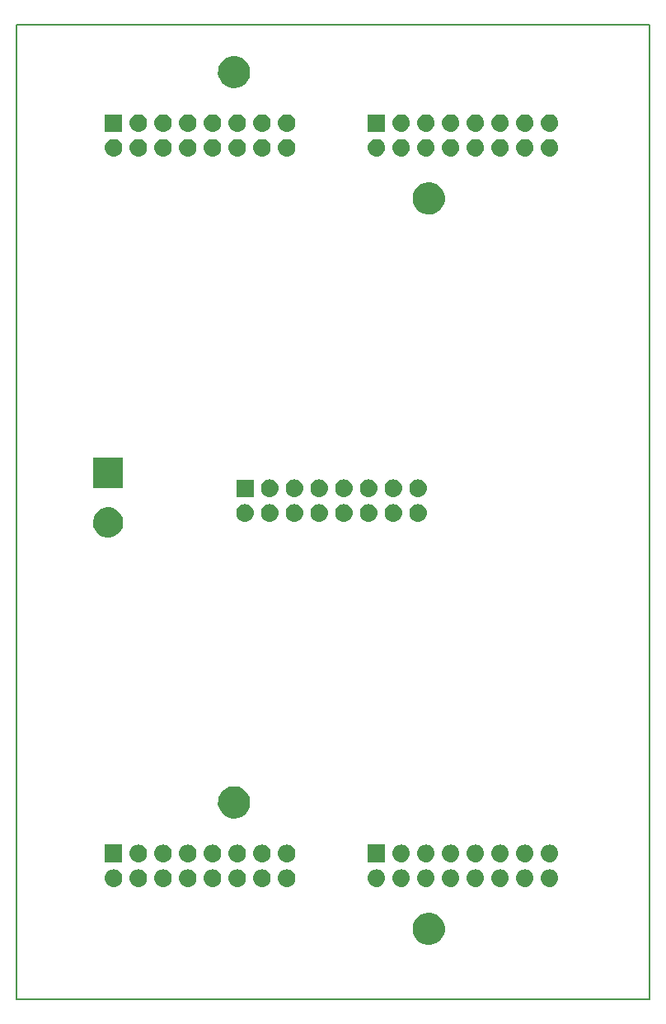
<source format=gbs>
G04 #@! TF.FileFunction,Soldermask,Bot*
%FSLAX46Y46*%
G04 Gerber Fmt 4.6, Leading zero omitted, Abs format (unit mm)*
G04 Created by KiCad (PCBNEW 4.0.7) date 2018 February 26, Monday 17:11:22*
%MOMM*%
%LPD*%
G01*
G04 APERTURE LIST*
%ADD10C,0.100000*%
%ADD11C,0.150000*%
G04 APERTURE END LIST*
D10*
D11*
X140000000Y-45000000D02*
X75000000Y-45000000D01*
X140000000Y-145000000D02*
X140000000Y-45000000D01*
X75000000Y-145000000D02*
X140000000Y-145000000D01*
X75000000Y-45000000D02*
X75000000Y-145000000D01*
D10*
G36*
X117503306Y-136161097D02*
X117820281Y-136226163D01*
X118118577Y-136351554D01*
X118386839Y-136532499D01*
X118614848Y-136762106D01*
X118793916Y-137031623D01*
X118917222Y-137330787D01*
X118980005Y-137647865D01*
X118980005Y-137647875D01*
X118980071Y-137648209D01*
X118974910Y-138017800D01*
X118974834Y-138018134D01*
X118974834Y-138018146D01*
X118903225Y-138333340D01*
X118771611Y-138628948D01*
X118585089Y-138893361D01*
X118350755Y-139116513D01*
X118077550Y-139289894D01*
X117775865Y-139406911D01*
X117457201Y-139463099D01*
X117133690Y-139456323D01*
X116817650Y-139386837D01*
X116521135Y-139257293D01*
X116255427Y-139072621D01*
X116030645Y-138839853D01*
X115855361Y-138567865D01*
X115736242Y-138267005D01*
X115677828Y-137948734D01*
X115682347Y-137625185D01*
X115749622Y-137308677D01*
X115877096Y-137011259D01*
X116059909Y-136744267D01*
X116291101Y-136517867D01*
X116561862Y-136340686D01*
X116861882Y-136219470D01*
X117179729Y-136158837D01*
X117503306Y-136161097D01*
X117503306Y-136161097D01*
G37*
G36*
X100380922Y-131714021D02*
X100380927Y-131714022D01*
X100380970Y-131714027D01*
X100548764Y-131765968D01*
X100703274Y-131849511D01*
X100838614Y-131961474D01*
X100949629Y-132097593D01*
X101032091Y-132252682D01*
X101082860Y-132420834D01*
X101100000Y-132595645D01*
X101100000Y-132604355D01*
X101099912Y-132616921D01*
X101080333Y-132791476D01*
X101027222Y-132958903D01*
X100942602Y-133112825D01*
X100829697Y-133247380D01*
X100692807Y-133357443D01*
X100537146Y-133438820D01*
X100368643Y-133488414D01*
X100368609Y-133488417D01*
X100368596Y-133488421D01*
X100193720Y-133504336D01*
X100019078Y-133485979D01*
X100019073Y-133485978D01*
X100019030Y-133485973D01*
X99851236Y-133434032D01*
X99696726Y-133350489D01*
X99561386Y-133238526D01*
X99450371Y-133102407D01*
X99367909Y-132947318D01*
X99317140Y-132779166D01*
X99300000Y-132604355D01*
X99300000Y-132595645D01*
X99300088Y-132583079D01*
X99319667Y-132408524D01*
X99372778Y-132241097D01*
X99457398Y-132087175D01*
X99570303Y-131952620D01*
X99707193Y-131842557D01*
X99862854Y-131761180D01*
X100031357Y-131711586D01*
X100031391Y-131711583D01*
X100031404Y-131711579D01*
X100206280Y-131695664D01*
X100380922Y-131714021D01*
X100380922Y-131714021D01*
G37*
G36*
X97840922Y-131714021D02*
X97840927Y-131714022D01*
X97840970Y-131714027D01*
X98008764Y-131765968D01*
X98163274Y-131849511D01*
X98298614Y-131961474D01*
X98409629Y-132097593D01*
X98492091Y-132252682D01*
X98542860Y-132420834D01*
X98560000Y-132595645D01*
X98560000Y-132604355D01*
X98559912Y-132616921D01*
X98540333Y-132791476D01*
X98487222Y-132958903D01*
X98402602Y-133112825D01*
X98289697Y-133247380D01*
X98152807Y-133357443D01*
X97997146Y-133438820D01*
X97828643Y-133488414D01*
X97828609Y-133488417D01*
X97828596Y-133488421D01*
X97653720Y-133504336D01*
X97479078Y-133485979D01*
X97479073Y-133485978D01*
X97479030Y-133485973D01*
X97311236Y-133434032D01*
X97156726Y-133350489D01*
X97021386Y-133238526D01*
X96910371Y-133102407D01*
X96827909Y-132947318D01*
X96777140Y-132779166D01*
X96760000Y-132604355D01*
X96760000Y-132595645D01*
X96760088Y-132583079D01*
X96779667Y-132408524D01*
X96832778Y-132241097D01*
X96917398Y-132087175D01*
X97030303Y-131952620D01*
X97167193Y-131842557D01*
X97322854Y-131761180D01*
X97491357Y-131711586D01*
X97491391Y-131711583D01*
X97491404Y-131711579D01*
X97666280Y-131695664D01*
X97840922Y-131714021D01*
X97840922Y-131714021D01*
G37*
G36*
X102920922Y-131714021D02*
X102920927Y-131714022D01*
X102920970Y-131714027D01*
X103088764Y-131765968D01*
X103243274Y-131849511D01*
X103378614Y-131961474D01*
X103489629Y-132097593D01*
X103572091Y-132252682D01*
X103622860Y-132420834D01*
X103640000Y-132595645D01*
X103640000Y-132604355D01*
X103639912Y-132616921D01*
X103620333Y-132791476D01*
X103567222Y-132958903D01*
X103482602Y-133112825D01*
X103369697Y-133247380D01*
X103232807Y-133357443D01*
X103077146Y-133438820D01*
X102908643Y-133488414D01*
X102908609Y-133488417D01*
X102908596Y-133488421D01*
X102733720Y-133504336D01*
X102559078Y-133485979D01*
X102559073Y-133485978D01*
X102559030Y-133485973D01*
X102391236Y-133434032D01*
X102236726Y-133350489D01*
X102101386Y-133238526D01*
X101990371Y-133102407D01*
X101907909Y-132947318D01*
X101857140Y-132779166D01*
X101840000Y-132604355D01*
X101840000Y-132595645D01*
X101840088Y-132583079D01*
X101859667Y-132408524D01*
X101912778Y-132241097D01*
X101997398Y-132087175D01*
X102110303Y-131952620D01*
X102247193Y-131842557D01*
X102402854Y-131761180D01*
X102571357Y-131711586D01*
X102571391Y-131711583D01*
X102571404Y-131711579D01*
X102746280Y-131695664D01*
X102920922Y-131714021D01*
X102920922Y-131714021D01*
G37*
G36*
X112140922Y-131714021D02*
X112140927Y-131714022D01*
X112140970Y-131714027D01*
X112308764Y-131765968D01*
X112463274Y-131849511D01*
X112598614Y-131961474D01*
X112709629Y-132097593D01*
X112792091Y-132252682D01*
X112842860Y-132420834D01*
X112860000Y-132595645D01*
X112860000Y-132604355D01*
X112859912Y-132616921D01*
X112840333Y-132791476D01*
X112787222Y-132958903D01*
X112702602Y-133112825D01*
X112589697Y-133247380D01*
X112452807Y-133357443D01*
X112297146Y-133438820D01*
X112128643Y-133488414D01*
X112128609Y-133488417D01*
X112128596Y-133488421D01*
X111953720Y-133504336D01*
X111779078Y-133485979D01*
X111779073Y-133485978D01*
X111779030Y-133485973D01*
X111611236Y-133434032D01*
X111456726Y-133350489D01*
X111321386Y-133238526D01*
X111210371Y-133102407D01*
X111127909Y-132947318D01*
X111077140Y-132779166D01*
X111060000Y-132604355D01*
X111060000Y-132595645D01*
X111060088Y-132583079D01*
X111079667Y-132408524D01*
X111132778Y-132241097D01*
X111217398Y-132087175D01*
X111330303Y-131952620D01*
X111467193Y-131842557D01*
X111622854Y-131761180D01*
X111791357Y-131711586D01*
X111791391Y-131711583D01*
X111791404Y-131711579D01*
X111966280Y-131695664D01*
X112140922Y-131714021D01*
X112140922Y-131714021D01*
G37*
G36*
X95300922Y-131714021D02*
X95300927Y-131714022D01*
X95300970Y-131714027D01*
X95468764Y-131765968D01*
X95623274Y-131849511D01*
X95758614Y-131961474D01*
X95869629Y-132097593D01*
X95952091Y-132252682D01*
X96002860Y-132420834D01*
X96020000Y-132595645D01*
X96020000Y-132604355D01*
X96019912Y-132616921D01*
X96000333Y-132791476D01*
X95947222Y-132958903D01*
X95862602Y-133112825D01*
X95749697Y-133247380D01*
X95612807Y-133357443D01*
X95457146Y-133438820D01*
X95288643Y-133488414D01*
X95288609Y-133488417D01*
X95288596Y-133488421D01*
X95113720Y-133504336D01*
X94939078Y-133485979D01*
X94939073Y-133485978D01*
X94939030Y-133485973D01*
X94771236Y-133434032D01*
X94616726Y-133350489D01*
X94481386Y-133238526D01*
X94370371Y-133102407D01*
X94287909Y-132947318D01*
X94237140Y-132779166D01*
X94220000Y-132604355D01*
X94220000Y-132595645D01*
X94220088Y-132583079D01*
X94239667Y-132408524D01*
X94292778Y-132241097D01*
X94377398Y-132087175D01*
X94490303Y-131952620D01*
X94627193Y-131842557D01*
X94782854Y-131761180D01*
X94951357Y-131711586D01*
X94951391Y-131711583D01*
X94951404Y-131711579D01*
X95126280Y-131695664D01*
X95300922Y-131714021D01*
X95300922Y-131714021D01*
G37*
G36*
X92760922Y-131714021D02*
X92760927Y-131714022D01*
X92760970Y-131714027D01*
X92928764Y-131765968D01*
X93083274Y-131849511D01*
X93218614Y-131961474D01*
X93329629Y-132097593D01*
X93412091Y-132252682D01*
X93462860Y-132420834D01*
X93480000Y-132595645D01*
X93480000Y-132604355D01*
X93479912Y-132616921D01*
X93460333Y-132791476D01*
X93407222Y-132958903D01*
X93322602Y-133112825D01*
X93209697Y-133247380D01*
X93072807Y-133357443D01*
X92917146Y-133438820D01*
X92748643Y-133488414D01*
X92748609Y-133488417D01*
X92748596Y-133488421D01*
X92573720Y-133504336D01*
X92399078Y-133485979D01*
X92399073Y-133485978D01*
X92399030Y-133485973D01*
X92231236Y-133434032D01*
X92076726Y-133350489D01*
X91941386Y-133238526D01*
X91830371Y-133102407D01*
X91747909Y-132947318D01*
X91697140Y-132779166D01*
X91680000Y-132604355D01*
X91680000Y-132595645D01*
X91680088Y-132583079D01*
X91699667Y-132408524D01*
X91752778Y-132241097D01*
X91837398Y-132087175D01*
X91950303Y-131952620D01*
X92087193Y-131842557D01*
X92242854Y-131761180D01*
X92411357Y-131711586D01*
X92411391Y-131711583D01*
X92411404Y-131711579D01*
X92586280Y-131695664D01*
X92760922Y-131714021D01*
X92760922Y-131714021D01*
G37*
G36*
X90220922Y-131714021D02*
X90220927Y-131714022D01*
X90220970Y-131714027D01*
X90388764Y-131765968D01*
X90543274Y-131849511D01*
X90678614Y-131961474D01*
X90789629Y-132097593D01*
X90872091Y-132252682D01*
X90922860Y-132420834D01*
X90940000Y-132595645D01*
X90940000Y-132604355D01*
X90939912Y-132616921D01*
X90920333Y-132791476D01*
X90867222Y-132958903D01*
X90782602Y-133112825D01*
X90669697Y-133247380D01*
X90532807Y-133357443D01*
X90377146Y-133438820D01*
X90208643Y-133488414D01*
X90208609Y-133488417D01*
X90208596Y-133488421D01*
X90033720Y-133504336D01*
X89859078Y-133485979D01*
X89859073Y-133485978D01*
X89859030Y-133485973D01*
X89691236Y-133434032D01*
X89536726Y-133350489D01*
X89401386Y-133238526D01*
X89290371Y-133102407D01*
X89207909Y-132947318D01*
X89157140Y-132779166D01*
X89140000Y-132604355D01*
X89140000Y-132595645D01*
X89140088Y-132583079D01*
X89159667Y-132408524D01*
X89212778Y-132241097D01*
X89297398Y-132087175D01*
X89410303Y-131952620D01*
X89547193Y-131842557D01*
X89702854Y-131761180D01*
X89871357Y-131711586D01*
X89871391Y-131711583D01*
X89871404Y-131711579D01*
X90046280Y-131695664D01*
X90220922Y-131714021D01*
X90220922Y-131714021D01*
G37*
G36*
X87680922Y-131714021D02*
X87680927Y-131714022D01*
X87680970Y-131714027D01*
X87848764Y-131765968D01*
X88003274Y-131849511D01*
X88138614Y-131961474D01*
X88249629Y-132097593D01*
X88332091Y-132252682D01*
X88382860Y-132420834D01*
X88400000Y-132595645D01*
X88400000Y-132604355D01*
X88399912Y-132616921D01*
X88380333Y-132791476D01*
X88327222Y-132958903D01*
X88242602Y-133112825D01*
X88129697Y-133247380D01*
X87992807Y-133357443D01*
X87837146Y-133438820D01*
X87668643Y-133488414D01*
X87668609Y-133488417D01*
X87668596Y-133488421D01*
X87493720Y-133504336D01*
X87319078Y-133485979D01*
X87319073Y-133485978D01*
X87319030Y-133485973D01*
X87151236Y-133434032D01*
X86996726Y-133350489D01*
X86861386Y-133238526D01*
X86750371Y-133102407D01*
X86667909Y-132947318D01*
X86617140Y-132779166D01*
X86600000Y-132604355D01*
X86600000Y-132595645D01*
X86600088Y-132583079D01*
X86619667Y-132408524D01*
X86672778Y-132241097D01*
X86757398Y-132087175D01*
X86870303Y-131952620D01*
X87007193Y-131842557D01*
X87162854Y-131761180D01*
X87331357Y-131711586D01*
X87331391Y-131711583D01*
X87331404Y-131711579D01*
X87506280Y-131695664D01*
X87680922Y-131714021D01*
X87680922Y-131714021D01*
G37*
G36*
X114680922Y-131714021D02*
X114680927Y-131714022D01*
X114680970Y-131714027D01*
X114848764Y-131765968D01*
X115003274Y-131849511D01*
X115138614Y-131961474D01*
X115249629Y-132097593D01*
X115332091Y-132252682D01*
X115382860Y-132420834D01*
X115400000Y-132595645D01*
X115400000Y-132604355D01*
X115399912Y-132616921D01*
X115380333Y-132791476D01*
X115327222Y-132958903D01*
X115242602Y-133112825D01*
X115129697Y-133247380D01*
X114992807Y-133357443D01*
X114837146Y-133438820D01*
X114668643Y-133488414D01*
X114668609Y-133488417D01*
X114668596Y-133488421D01*
X114493720Y-133504336D01*
X114319078Y-133485979D01*
X114319073Y-133485978D01*
X114319030Y-133485973D01*
X114151236Y-133434032D01*
X113996726Y-133350489D01*
X113861386Y-133238526D01*
X113750371Y-133102407D01*
X113667909Y-132947318D01*
X113617140Y-132779166D01*
X113600000Y-132604355D01*
X113600000Y-132595645D01*
X113600088Y-132583079D01*
X113619667Y-132408524D01*
X113672778Y-132241097D01*
X113757398Y-132087175D01*
X113870303Y-131952620D01*
X114007193Y-131842557D01*
X114162854Y-131761180D01*
X114331357Y-131711586D01*
X114331391Y-131711583D01*
X114331404Y-131711579D01*
X114506280Y-131695664D01*
X114680922Y-131714021D01*
X114680922Y-131714021D01*
G37*
G36*
X117220922Y-131714021D02*
X117220927Y-131714022D01*
X117220970Y-131714027D01*
X117388764Y-131765968D01*
X117543274Y-131849511D01*
X117678614Y-131961474D01*
X117789629Y-132097593D01*
X117872091Y-132252682D01*
X117922860Y-132420834D01*
X117940000Y-132595645D01*
X117940000Y-132604355D01*
X117939912Y-132616921D01*
X117920333Y-132791476D01*
X117867222Y-132958903D01*
X117782602Y-133112825D01*
X117669697Y-133247380D01*
X117532807Y-133357443D01*
X117377146Y-133438820D01*
X117208643Y-133488414D01*
X117208609Y-133488417D01*
X117208596Y-133488421D01*
X117033720Y-133504336D01*
X116859078Y-133485979D01*
X116859073Y-133485978D01*
X116859030Y-133485973D01*
X116691236Y-133434032D01*
X116536726Y-133350489D01*
X116401386Y-133238526D01*
X116290371Y-133102407D01*
X116207909Y-132947318D01*
X116157140Y-132779166D01*
X116140000Y-132604355D01*
X116140000Y-132595645D01*
X116140088Y-132583079D01*
X116159667Y-132408524D01*
X116212778Y-132241097D01*
X116297398Y-132087175D01*
X116410303Y-131952620D01*
X116547193Y-131842557D01*
X116702854Y-131761180D01*
X116871357Y-131711586D01*
X116871391Y-131711583D01*
X116871404Y-131711579D01*
X117046280Y-131695664D01*
X117220922Y-131714021D01*
X117220922Y-131714021D01*
G37*
G36*
X119760922Y-131714021D02*
X119760927Y-131714022D01*
X119760970Y-131714027D01*
X119928764Y-131765968D01*
X120083274Y-131849511D01*
X120218614Y-131961474D01*
X120329629Y-132097593D01*
X120412091Y-132252682D01*
X120462860Y-132420834D01*
X120480000Y-132595645D01*
X120480000Y-132604355D01*
X120479912Y-132616921D01*
X120460333Y-132791476D01*
X120407222Y-132958903D01*
X120322602Y-133112825D01*
X120209697Y-133247380D01*
X120072807Y-133357443D01*
X119917146Y-133438820D01*
X119748643Y-133488414D01*
X119748609Y-133488417D01*
X119748596Y-133488421D01*
X119573720Y-133504336D01*
X119399078Y-133485979D01*
X119399073Y-133485978D01*
X119399030Y-133485973D01*
X119231236Y-133434032D01*
X119076726Y-133350489D01*
X118941386Y-133238526D01*
X118830371Y-133102407D01*
X118747909Y-132947318D01*
X118697140Y-132779166D01*
X118680000Y-132604355D01*
X118680000Y-132595645D01*
X118680088Y-132583079D01*
X118699667Y-132408524D01*
X118752778Y-132241097D01*
X118837398Y-132087175D01*
X118950303Y-131952620D01*
X119087193Y-131842557D01*
X119242854Y-131761180D01*
X119411357Y-131711586D01*
X119411391Y-131711583D01*
X119411404Y-131711579D01*
X119586280Y-131695664D01*
X119760922Y-131714021D01*
X119760922Y-131714021D01*
G37*
G36*
X122300922Y-131714021D02*
X122300927Y-131714022D01*
X122300970Y-131714027D01*
X122468764Y-131765968D01*
X122623274Y-131849511D01*
X122758614Y-131961474D01*
X122869629Y-132097593D01*
X122952091Y-132252682D01*
X123002860Y-132420834D01*
X123020000Y-132595645D01*
X123020000Y-132604355D01*
X123019912Y-132616921D01*
X123000333Y-132791476D01*
X122947222Y-132958903D01*
X122862602Y-133112825D01*
X122749697Y-133247380D01*
X122612807Y-133357443D01*
X122457146Y-133438820D01*
X122288643Y-133488414D01*
X122288609Y-133488417D01*
X122288596Y-133488421D01*
X122113720Y-133504336D01*
X121939078Y-133485979D01*
X121939073Y-133485978D01*
X121939030Y-133485973D01*
X121771236Y-133434032D01*
X121616726Y-133350489D01*
X121481386Y-133238526D01*
X121370371Y-133102407D01*
X121287909Y-132947318D01*
X121237140Y-132779166D01*
X121220000Y-132604355D01*
X121220000Y-132595645D01*
X121220088Y-132583079D01*
X121239667Y-132408524D01*
X121292778Y-132241097D01*
X121377398Y-132087175D01*
X121490303Y-131952620D01*
X121627193Y-131842557D01*
X121782854Y-131761180D01*
X121951357Y-131711586D01*
X121951391Y-131711583D01*
X121951404Y-131711579D01*
X122126280Y-131695664D01*
X122300922Y-131714021D01*
X122300922Y-131714021D01*
G37*
G36*
X124840922Y-131714021D02*
X124840927Y-131714022D01*
X124840970Y-131714027D01*
X125008764Y-131765968D01*
X125163274Y-131849511D01*
X125298614Y-131961474D01*
X125409629Y-132097593D01*
X125492091Y-132252682D01*
X125542860Y-132420834D01*
X125560000Y-132595645D01*
X125560000Y-132604355D01*
X125559912Y-132616921D01*
X125540333Y-132791476D01*
X125487222Y-132958903D01*
X125402602Y-133112825D01*
X125289697Y-133247380D01*
X125152807Y-133357443D01*
X124997146Y-133438820D01*
X124828643Y-133488414D01*
X124828609Y-133488417D01*
X124828596Y-133488421D01*
X124653720Y-133504336D01*
X124479078Y-133485979D01*
X124479073Y-133485978D01*
X124479030Y-133485973D01*
X124311236Y-133434032D01*
X124156726Y-133350489D01*
X124021386Y-133238526D01*
X123910371Y-133102407D01*
X123827909Y-132947318D01*
X123777140Y-132779166D01*
X123760000Y-132604355D01*
X123760000Y-132595645D01*
X123760088Y-132583079D01*
X123779667Y-132408524D01*
X123832778Y-132241097D01*
X123917398Y-132087175D01*
X124030303Y-131952620D01*
X124167193Y-131842557D01*
X124322854Y-131761180D01*
X124491357Y-131711586D01*
X124491391Y-131711583D01*
X124491404Y-131711579D01*
X124666280Y-131695664D01*
X124840922Y-131714021D01*
X124840922Y-131714021D01*
G37*
G36*
X127380922Y-131714021D02*
X127380927Y-131714022D01*
X127380970Y-131714027D01*
X127548764Y-131765968D01*
X127703274Y-131849511D01*
X127838614Y-131961474D01*
X127949629Y-132097593D01*
X128032091Y-132252682D01*
X128082860Y-132420834D01*
X128100000Y-132595645D01*
X128100000Y-132604355D01*
X128099912Y-132616921D01*
X128080333Y-132791476D01*
X128027222Y-132958903D01*
X127942602Y-133112825D01*
X127829697Y-133247380D01*
X127692807Y-133357443D01*
X127537146Y-133438820D01*
X127368643Y-133488414D01*
X127368609Y-133488417D01*
X127368596Y-133488421D01*
X127193720Y-133504336D01*
X127019078Y-133485979D01*
X127019073Y-133485978D01*
X127019030Y-133485973D01*
X126851236Y-133434032D01*
X126696726Y-133350489D01*
X126561386Y-133238526D01*
X126450371Y-133102407D01*
X126367909Y-132947318D01*
X126317140Y-132779166D01*
X126300000Y-132604355D01*
X126300000Y-132595645D01*
X126300088Y-132583079D01*
X126319667Y-132408524D01*
X126372778Y-132241097D01*
X126457398Y-132087175D01*
X126570303Y-131952620D01*
X126707193Y-131842557D01*
X126862854Y-131761180D01*
X127031357Y-131711586D01*
X127031391Y-131711583D01*
X127031404Y-131711579D01*
X127206280Y-131695664D01*
X127380922Y-131714021D01*
X127380922Y-131714021D01*
G37*
G36*
X129920922Y-131714021D02*
X129920927Y-131714022D01*
X129920970Y-131714027D01*
X130088764Y-131765968D01*
X130243274Y-131849511D01*
X130378614Y-131961474D01*
X130489629Y-132097593D01*
X130572091Y-132252682D01*
X130622860Y-132420834D01*
X130640000Y-132595645D01*
X130640000Y-132604355D01*
X130639912Y-132616921D01*
X130620333Y-132791476D01*
X130567222Y-132958903D01*
X130482602Y-133112825D01*
X130369697Y-133247380D01*
X130232807Y-133357443D01*
X130077146Y-133438820D01*
X129908643Y-133488414D01*
X129908609Y-133488417D01*
X129908596Y-133488421D01*
X129733720Y-133504336D01*
X129559078Y-133485979D01*
X129559073Y-133485978D01*
X129559030Y-133485973D01*
X129391236Y-133434032D01*
X129236726Y-133350489D01*
X129101386Y-133238526D01*
X128990371Y-133102407D01*
X128907909Y-132947318D01*
X128857140Y-132779166D01*
X128840000Y-132604355D01*
X128840000Y-132595645D01*
X128840088Y-132583079D01*
X128859667Y-132408524D01*
X128912778Y-132241097D01*
X128997398Y-132087175D01*
X129110303Y-131952620D01*
X129247193Y-131842557D01*
X129402854Y-131761180D01*
X129571357Y-131711586D01*
X129571391Y-131711583D01*
X129571404Y-131711579D01*
X129746280Y-131695664D01*
X129920922Y-131714021D01*
X129920922Y-131714021D01*
G37*
G36*
X85140922Y-131714021D02*
X85140927Y-131714022D01*
X85140970Y-131714027D01*
X85308764Y-131765968D01*
X85463274Y-131849511D01*
X85598614Y-131961474D01*
X85709629Y-132097593D01*
X85792091Y-132252682D01*
X85842860Y-132420834D01*
X85860000Y-132595645D01*
X85860000Y-132604355D01*
X85859912Y-132616921D01*
X85840333Y-132791476D01*
X85787222Y-132958903D01*
X85702602Y-133112825D01*
X85589697Y-133247380D01*
X85452807Y-133357443D01*
X85297146Y-133438820D01*
X85128643Y-133488414D01*
X85128609Y-133488417D01*
X85128596Y-133488421D01*
X84953720Y-133504336D01*
X84779078Y-133485979D01*
X84779073Y-133485978D01*
X84779030Y-133485973D01*
X84611236Y-133434032D01*
X84456726Y-133350489D01*
X84321386Y-133238526D01*
X84210371Y-133102407D01*
X84127909Y-132947318D01*
X84077140Y-132779166D01*
X84060000Y-132604355D01*
X84060000Y-132595645D01*
X84060088Y-132583079D01*
X84079667Y-132408524D01*
X84132778Y-132241097D01*
X84217398Y-132087175D01*
X84330303Y-131952620D01*
X84467193Y-131842557D01*
X84622854Y-131761180D01*
X84791357Y-131711586D01*
X84791391Y-131711583D01*
X84791404Y-131711579D01*
X84966280Y-131695664D01*
X85140922Y-131714021D01*
X85140922Y-131714021D01*
G37*
G36*
X87680922Y-129174021D02*
X87680927Y-129174022D01*
X87680970Y-129174027D01*
X87848764Y-129225968D01*
X88003274Y-129309511D01*
X88138614Y-129421474D01*
X88249629Y-129557593D01*
X88332091Y-129712682D01*
X88382860Y-129880834D01*
X88400000Y-130055645D01*
X88400000Y-130064355D01*
X88399912Y-130076921D01*
X88380333Y-130251476D01*
X88327222Y-130418903D01*
X88242602Y-130572825D01*
X88129697Y-130707380D01*
X87992807Y-130817443D01*
X87837146Y-130898820D01*
X87668643Y-130948414D01*
X87668609Y-130948417D01*
X87668596Y-130948421D01*
X87493720Y-130964336D01*
X87319078Y-130945979D01*
X87319073Y-130945978D01*
X87319030Y-130945973D01*
X87151236Y-130894032D01*
X86996726Y-130810489D01*
X86861386Y-130698526D01*
X86750371Y-130562407D01*
X86667909Y-130407318D01*
X86617140Y-130239166D01*
X86600000Y-130064355D01*
X86600000Y-130055645D01*
X86600088Y-130043079D01*
X86619667Y-129868524D01*
X86672778Y-129701097D01*
X86757398Y-129547175D01*
X86870303Y-129412620D01*
X87007193Y-129302557D01*
X87162854Y-129221180D01*
X87331357Y-129171586D01*
X87331391Y-129171583D01*
X87331404Y-129171579D01*
X87506280Y-129155664D01*
X87680922Y-129174021D01*
X87680922Y-129174021D01*
G37*
G36*
X90220922Y-129174021D02*
X90220927Y-129174022D01*
X90220970Y-129174027D01*
X90388764Y-129225968D01*
X90543274Y-129309511D01*
X90678614Y-129421474D01*
X90789629Y-129557593D01*
X90872091Y-129712682D01*
X90922860Y-129880834D01*
X90940000Y-130055645D01*
X90940000Y-130064355D01*
X90939912Y-130076921D01*
X90920333Y-130251476D01*
X90867222Y-130418903D01*
X90782602Y-130572825D01*
X90669697Y-130707380D01*
X90532807Y-130817443D01*
X90377146Y-130898820D01*
X90208643Y-130948414D01*
X90208609Y-130948417D01*
X90208596Y-130948421D01*
X90033720Y-130964336D01*
X89859078Y-130945979D01*
X89859073Y-130945978D01*
X89859030Y-130945973D01*
X89691236Y-130894032D01*
X89536726Y-130810489D01*
X89401386Y-130698526D01*
X89290371Y-130562407D01*
X89207909Y-130407318D01*
X89157140Y-130239166D01*
X89140000Y-130064355D01*
X89140000Y-130055645D01*
X89140088Y-130043079D01*
X89159667Y-129868524D01*
X89212778Y-129701097D01*
X89297398Y-129547175D01*
X89410303Y-129412620D01*
X89547193Y-129302557D01*
X89702854Y-129221180D01*
X89871357Y-129171586D01*
X89871391Y-129171583D01*
X89871404Y-129171579D01*
X90046280Y-129155664D01*
X90220922Y-129174021D01*
X90220922Y-129174021D01*
G37*
G36*
X92760922Y-129174021D02*
X92760927Y-129174022D01*
X92760970Y-129174027D01*
X92928764Y-129225968D01*
X93083274Y-129309511D01*
X93218614Y-129421474D01*
X93329629Y-129557593D01*
X93412091Y-129712682D01*
X93462860Y-129880834D01*
X93480000Y-130055645D01*
X93480000Y-130064355D01*
X93479912Y-130076921D01*
X93460333Y-130251476D01*
X93407222Y-130418903D01*
X93322602Y-130572825D01*
X93209697Y-130707380D01*
X93072807Y-130817443D01*
X92917146Y-130898820D01*
X92748643Y-130948414D01*
X92748609Y-130948417D01*
X92748596Y-130948421D01*
X92573720Y-130964336D01*
X92399078Y-130945979D01*
X92399073Y-130945978D01*
X92399030Y-130945973D01*
X92231236Y-130894032D01*
X92076726Y-130810489D01*
X91941386Y-130698526D01*
X91830371Y-130562407D01*
X91747909Y-130407318D01*
X91697140Y-130239166D01*
X91680000Y-130064355D01*
X91680000Y-130055645D01*
X91680088Y-130043079D01*
X91699667Y-129868524D01*
X91752778Y-129701097D01*
X91837398Y-129547175D01*
X91950303Y-129412620D01*
X92087193Y-129302557D01*
X92242854Y-129221180D01*
X92411357Y-129171586D01*
X92411391Y-129171583D01*
X92411404Y-129171579D01*
X92586280Y-129155664D01*
X92760922Y-129174021D01*
X92760922Y-129174021D01*
G37*
G36*
X129920922Y-129174021D02*
X129920927Y-129174022D01*
X129920970Y-129174027D01*
X130088764Y-129225968D01*
X130243274Y-129309511D01*
X130378614Y-129421474D01*
X130489629Y-129557593D01*
X130572091Y-129712682D01*
X130622860Y-129880834D01*
X130640000Y-130055645D01*
X130640000Y-130064355D01*
X130639912Y-130076921D01*
X130620333Y-130251476D01*
X130567222Y-130418903D01*
X130482602Y-130572825D01*
X130369697Y-130707380D01*
X130232807Y-130817443D01*
X130077146Y-130898820D01*
X129908643Y-130948414D01*
X129908609Y-130948417D01*
X129908596Y-130948421D01*
X129733720Y-130964336D01*
X129559078Y-130945979D01*
X129559073Y-130945978D01*
X129559030Y-130945973D01*
X129391236Y-130894032D01*
X129236726Y-130810489D01*
X129101386Y-130698526D01*
X128990371Y-130562407D01*
X128907909Y-130407318D01*
X128857140Y-130239166D01*
X128840000Y-130064355D01*
X128840000Y-130055645D01*
X128840088Y-130043079D01*
X128859667Y-129868524D01*
X128912778Y-129701097D01*
X128997398Y-129547175D01*
X129110303Y-129412620D01*
X129247193Y-129302557D01*
X129402854Y-129221180D01*
X129571357Y-129171586D01*
X129571391Y-129171583D01*
X129571404Y-129171579D01*
X129746280Y-129155664D01*
X129920922Y-129174021D01*
X129920922Y-129174021D01*
G37*
G36*
X95300922Y-129174021D02*
X95300927Y-129174022D01*
X95300970Y-129174027D01*
X95468764Y-129225968D01*
X95623274Y-129309511D01*
X95758614Y-129421474D01*
X95869629Y-129557593D01*
X95952091Y-129712682D01*
X96002860Y-129880834D01*
X96020000Y-130055645D01*
X96020000Y-130064355D01*
X96019912Y-130076921D01*
X96000333Y-130251476D01*
X95947222Y-130418903D01*
X95862602Y-130572825D01*
X95749697Y-130707380D01*
X95612807Y-130817443D01*
X95457146Y-130898820D01*
X95288643Y-130948414D01*
X95288609Y-130948417D01*
X95288596Y-130948421D01*
X95113720Y-130964336D01*
X94939078Y-130945979D01*
X94939073Y-130945978D01*
X94939030Y-130945973D01*
X94771236Y-130894032D01*
X94616726Y-130810489D01*
X94481386Y-130698526D01*
X94370371Y-130562407D01*
X94287909Y-130407318D01*
X94237140Y-130239166D01*
X94220000Y-130064355D01*
X94220000Y-130055645D01*
X94220088Y-130043079D01*
X94239667Y-129868524D01*
X94292778Y-129701097D01*
X94377398Y-129547175D01*
X94490303Y-129412620D01*
X94627193Y-129302557D01*
X94782854Y-129221180D01*
X94951357Y-129171586D01*
X94951391Y-129171583D01*
X94951404Y-129171579D01*
X95126280Y-129155664D01*
X95300922Y-129174021D01*
X95300922Y-129174021D01*
G37*
G36*
X97840922Y-129174021D02*
X97840927Y-129174022D01*
X97840970Y-129174027D01*
X98008764Y-129225968D01*
X98163274Y-129309511D01*
X98298614Y-129421474D01*
X98409629Y-129557593D01*
X98492091Y-129712682D01*
X98542860Y-129880834D01*
X98560000Y-130055645D01*
X98560000Y-130064355D01*
X98559912Y-130076921D01*
X98540333Y-130251476D01*
X98487222Y-130418903D01*
X98402602Y-130572825D01*
X98289697Y-130707380D01*
X98152807Y-130817443D01*
X97997146Y-130898820D01*
X97828643Y-130948414D01*
X97828609Y-130948417D01*
X97828596Y-130948421D01*
X97653720Y-130964336D01*
X97479078Y-130945979D01*
X97479073Y-130945978D01*
X97479030Y-130945973D01*
X97311236Y-130894032D01*
X97156726Y-130810489D01*
X97021386Y-130698526D01*
X96910371Y-130562407D01*
X96827909Y-130407318D01*
X96777140Y-130239166D01*
X96760000Y-130064355D01*
X96760000Y-130055645D01*
X96760088Y-130043079D01*
X96779667Y-129868524D01*
X96832778Y-129701097D01*
X96917398Y-129547175D01*
X97030303Y-129412620D01*
X97167193Y-129302557D01*
X97322854Y-129221180D01*
X97491357Y-129171586D01*
X97491391Y-129171583D01*
X97491404Y-129171579D01*
X97666280Y-129155664D01*
X97840922Y-129174021D01*
X97840922Y-129174021D01*
G37*
G36*
X127380922Y-129174021D02*
X127380927Y-129174022D01*
X127380970Y-129174027D01*
X127548764Y-129225968D01*
X127703274Y-129309511D01*
X127838614Y-129421474D01*
X127949629Y-129557593D01*
X128032091Y-129712682D01*
X128082860Y-129880834D01*
X128100000Y-130055645D01*
X128100000Y-130064355D01*
X128099912Y-130076921D01*
X128080333Y-130251476D01*
X128027222Y-130418903D01*
X127942602Y-130572825D01*
X127829697Y-130707380D01*
X127692807Y-130817443D01*
X127537146Y-130898820D01*
X127368643Y-130948414D01*
X127368609Y-130948417D01*
X127368596Y-130948421D01*
X127193720Y-130964336D01*
X127019078Y-130945979D01*
X127019073Y-130945978D01*
X127019030Y-130945973D01*
X126851236Y-130894032D01*
X126696726Y-130810489D01*
X126561386Y-130698526D01*
X126450371Y-130562407D01*
X126367909Y-130407318D01*
X126317140Y-130239166D01*
X126300000Y-130064355D01*
X126300000Y-130055645D01*
X126300088Y-130043079D01*
X126319667Y-129868524D01*
X126372778Y-129701097D01*
X126457398Y-129547175D01*
X126570303Y-129412620D01*
X126707193Y-129302557D01*
X126862854Y-129221180D01*
X127031357Y-129171586D01*
X127031391Y-129171583D01*
X127031404Y-129171579D01*
X127206280Y-129155664D01*
X127380922Y-129174021D01*
X127380922Y-129174021D01*
G37*
G36*
X100380922Y-129174021D02*
X100380927Y-129174022D01*
X100380970Y-129174027D01*
X100548764Y-129225968D01*
X100703274Y-129309511D01*
X100838614Y-129421474D01*
X100949629Y-129557593D01*
X101032091Y-129712682D01*
X101082860Y-129880834D01*
X101100000Y-130055645D01*
X101100000Y-130064355D01*
X101099912Y-130076921D01*
X101080333Y-130251476D01*
X101027222Y-130418903D01*
X100942602Y-130572825D01*
X100829697Y-130707380D01*
X100692807Y-130817443D01*
X100537146Y-130898820D01*
X100368643Y-130948414D01*
X100368609Y-130948417D01*
X100368596Y-130948421D01*
X100193720Y-130964336D01*
X100019078Y-130945979D01*
X100019073Y-130945978D01*
X100019030Y-130945973D01*
X99851236Y-130894032D01*
X99696726Y-130810489D01*
X99561386Y-130698526D01*
X99450371Y-130562407D01*
X99367909Y-130407318D01*
X99317140Y-130239166D01*
X99300000Y-130064355D01*
X99300000Y-130055645D01*
X99300088Y-130043079D01*
X99319667Y-129868524D01*
X99372778Y-129701097D01*
X99457398Y-129547175D01*
X99570303Y-129412620D01*
X99707193Y-129302557D01*
X99862854Y-129221180D01*
X100031357Y-129171586D01*
X100031391Y-129171583D01*
X100031404Y-129171579D01*
X100206280Y-129155664D01*
X100380922Y-129174021D01*
X100380922Y-129174021D01*
G37*
G36*
X102920922Y-129174021D02*
X102920927Y-129174022D01*
X102920970Y-129174027D01*
X103088764Y-129225968D01*
X103243274Y-129309511D01*
X103378614Y-129421474D01*
X103489629Y-129557593D01*
X103572091Y-129712682D01*
X103622860Y-129880834D01*
X103640000Y-130055645D01*
X103640000Y-130064355D01*
X103639912Y-130076921D01*
X103620333Y-130251476D01*
X103567222Y-130418903D01*
X103482602Y-130572825D01*
X103369697Y-130707380D01*
X103232807Y-130817443D01*
X103077146Y-130898820D01*
X102908643Y-130948414D01*
X102908609Y-130948417D01*
X102908596Y-130948421D01*
X102733720Y-130964336D01*
X102559078Y-130945979D01*
X102559073Y-130945978D01*
X102559030Y-130945973D01*
X102391236Y-130894032D01*
X102236726Y-130810489D01*
X102101386Y-130698526D01*
X101990371Y-130562407D01*
X101907909Y-130407318D01*
X101857140Y-130239166D01*
X101840000Y-130064355D01*
X101840000Y-130055645D01*
X101840088Y-130043079D01*
X101859667Y-129868524D01*
X101912778Y-129701097D01*
X101997398Y-129547175D01*
X102110303Y-129412620D01*
X102247193Y-129302557D01*
X102402854Y-129221180D01*
X102571357Y-129171586D01*
X102571391Y-129171583D01*
X102571404Y-129171579D01*
X102746280Y-129155664D01*
X102920922Y-129174021D01*
X102920922Y-129174021D01*
G37*
G36*
X124840922Y-129174021D02*
X124840927Y-129174022D01*
X124840970Y-129174027D01*
X125008764Y-129225968D01*
X125163274Y-129309511D01*
X125298614Y-129421474D01*
X125409629Y-129557593D01*
X125492091Y-129712682D01*
X125542860Y-129880834D01*
X125560000Y-130055645D01*
X125560000Y-130064355D01*
X125559912Y-130076921D01*
X125540333Y-130251476D01*
X125487222Y-130418903D01*
X125402602Y-130572825D01*
X125289697Y-130707380D01*
X125152807Y-130817443D01*
X124997146Y-130898820D01*
X124828643Y-130948414D01*
X124828609Y-130948417D01*
X124828596Y-130948421D01*
X124653720Y-130964336D01*
X124479078Y-130945979D01*
X124479073Y-130945978D01*
X124479030Y-130945973D01*
X124311236Y-130894032D01*
X124156726Y-130810489D01*
X124021386Y-130698526D01*
X123910371Y-130562407D01*
X123827909Y-130407318D01*
X123777140Y-130239166D01*
X123760000Y-130064355D01*
X123760000Y-130055645D01*
X123760088Y-130043079D01*
X123779667Y-129868524D01*
X123832778Y-129701097D01*
X123917398Y-129547175D01*
X124030303Y-129412620D01*
X124167193Y-129302557D01*
X124322854Y-129221180D01*
X124491357Y-129171586D01*
X124491391Y-129171583D01*
X124491404Y-129171579D01*
X124666280Y-129155664D01*
X124840922Y-129174021D01*
X124840922Y-129174021D01*
G37*
G36*
X114680922Y-129174021D02*
X114680927Y-129174022D01*
X114680970Y-129174027D01*
X114848764Y-129225968D01*
X115003274Y-129309511D01*
X115138614Y-129421474D01*
X115249629Y-129557593D01*
X115332091Y-129712682D01*
X115382860Y-129880834D01*
X115400000Y-130055645D01*
X115400000Y-130064355D01*
X115399912Y-130076921D01*
X115380333Y-130251476D01*
X115327222Y-130418903D01*
X115242602Y-130572825D01*
X115129697Y-130707380D01*
X114992807Y-130817443D01*
X114837146Y-130898820D01*
X114668643Y-130948414D01*
X114668609Y-130948417D01*
X114668596Y-130948421D01*
X114493720Y-130964336D01*
X114319078Y-130945979D01*
X114319073Y-130945978D01*
X114319030Y-130945973D01*
X114151236Y-130894032D01*
X113996726Y-130810489D01*
X113861386Y-130698526D01*
X113750371Y-130562407D01*
X113667909Y-130407318D01*
X113617140Y-130239166D01*
X113600000Y-130064355D01*
X113600000Y-130055645D01*
X113600088Y-130043079D01*
X113619667Y-129868524D01*
X113672778Y-129701097D01*
X113757398Y-129547175D01*
X113870303Y-129412620D01*
X114007193Y-129302557D01*
X114162854Y-129221180D01*
X114331357Y-129171586D01*
X114331391Y-129171583D01*
X114331404Y-129171579D01*
X114506280Y-129155664D01*
X114680922Y-129174021D01*
X114680922Y-129174021D01*
G37*
G36*
X117220922Y-129174021D02*
X117220927Y-129174022D01*
X117220970Y-129174027D01*
X117388764Y-129225968D01*
X117543274Y-129309511D01*
X117678614Y-129421474D01*
X117789629Y-129557593D01*
X117872091Y-129712682D01*
X117922860Y-129880834D01*
X117940000Y-130055645D01*
X117940000Y-130064355D01*
X117939912Y-130076921D01*
X117920333Y-130251476D01*
X117867222Y-130418903D01*
X117782602Y-130572825D01*
X117669697Y-130707380D01*
X117532807Y-130817443D01*
X117377146Y-130898820D01*
X117208643Y-130948414D01*
X117208609Y-130948417D01*
X117208596Y-130948421D01*
X117033720Y-130964336D01*
X116859078Y-130945979D01*
X116859073Y-130945978D01*
X116859030Y-130945973D01*
X116691236Y-130894032D01*
X116536726Y-130810489D01*
X116401386Y-130698526D01*
X116290371Y-130562407D01*
X116207909Y-130407318D01*
X116157140Y-130239166D01*
X116140000Y-130064355D01*
X116140000Y-130055645D01*
X116140088Y-130043079D01*
X116159667Y-129868524D01*
X116212778Y-129701097D01*
X116297398Y-129547175D01*
X116410303Y-129412620D01*
X116547193Y-129302557D01*
X116702854Y-129221180D01*
X116871357Y-129171586D01*
X116871391Y-129171583D01*
X116871404Y-129171579D01*
X117046280Y-129155664D01*
X117220922Y-129174021D01*
X117220922Y-129174021D01*
G37*
G36*
X122300922Y-129174021D02*
X122300927Y-129174022D01*
X122300970Y-129174027D01*
X122468764Y-129225968D01*
X122623274Y-129309511D01*
X122758614Y-129421474D01*
X122869629Y-129557593D01*
X122952091Y-129712682D01*
X123002860Y-129880834D01*
X123020000Y-130055645D01*
X123020000Y-130064355D01*
X123019912Y-130076921D01*
X123000333Y-130251476D01*
X122947222Y-130418903D01*
X122862602Y-130572825D01*
X122749697Y-130707380D01*
X122612807Y-130817443D01*
X122457146Y-130898820D01*
X122288643Y-130948414D01*
X122288609Y-130948417D01*
X122288596Y-130948421D01*
X122113720Y-130964336D01*
X121939078Y-130945979D01*
X121939073Y-130945978D01*
X121939030Y-130945973D01*
X121771236Y-130894032D01*
X121616726Y-130810489D01*
X121481386Y-130698526D01*
X121370371Y-130562407D01*
X121287909Y-130407318D01*
X121237140Y-130239166D01*
X121220000Y-130064355D01*
X121220000Y-130055645D01*
X121220088Y-130043079D01*
X121239667Y-129868524D01*
X121292778Y-129701097D01*
X121377398Y-129547175D01*
X121490303Y-129412620D01*
X121627193Y-129302557D01*
X121782854Y-129221180D01*
X121951357Y-129171586D01*
X121951391Y-129171583D01*
X121951404Y-129171579D01*
X122126280Y-129155664D01*
X122300922Y-129174021D01*
X122300922Y-129174021D01*
G37*
G36*
X119760922Y-129174021D02*
X119760927Y-129174022D01*
X119760970Y-129174027D01*
X119928764Y-129225968D01*
X120083274Y-129309511D01*
X120218614Y-129421474D01*
X120329629Y-129557593D01*
X120412091Y-129712682D01*
X120462860Y-129880834D01*
X120480000Y-130055645D01*
X120480000Y-130064355D01*
X120479912Y-130076921D01*
X120460333Y-130251476D01*
X120407222Y-130418903D01*
X120322602Y-130572825D01*
X120209697Y-130707380D01*
X120072807Y-130817443D01*
X119917146Y-130898820D01*
X119748643Y-130948414D01*
X119748609Y-130948417D01*
X119748596Y-130948421D01*
X119573720Y-130964336D01*
X119399078Y-130945979D01*
X119399073Y-130945978D01*
X119399030Y-130945973D01*
X119231236Y-130894032D01*
X119076726Y-130810489D01*
X118941386Y-130698526D01*
X118830371Y-130562407D01*
X118747909Y-130407318D01*
X118697140Y-130239166D01*
X118680000Y-130064355D01*
X118680000Y-130055645D01*
X118680088Y-130043079D01*
X118699667Y-129868524D01*
X118752778Y-129701097D01*
X118837398Y-129547175D01*
X118950303Y-129412620D01*
X119087193Y-129302557D01*
X119242854Y-129221180D01*
X119411357Y-129171586D01*
X119411391Y-129171583D01*
X119411404Y-129171579D01*
X119586280Y-129155664D01*
X119760922Y-129174021D01*
X119760922Y-129174021D01*
G37*
G36*
X85860000Y-130960000D02*
X84060000Y-130960000D01*
X84060000Y-129160000D01*
X85860000Y-129160000D01*
X85860000Y-130960000D01*
X85860000Y-130960000D01*
G37*
G36*
X112860000Y-130960000D02*
X111060000Y-130960000D01*
X111060000Y-129160000D01*
X112860000Y-129160000D01*
X112860000Y-130960000D01*
X112860000Y-130960000D01*
G37*
G36*
X97513306Y-123161097D02*
X97830281Y-123226163D01*
X98128577Y-123351554D01*
X98396839Y-123532499D01*
X98624848Y-123762106D01*
X98803916Y-124031623D01*
X98927222Y-124330787D01*
X98990005Y-124647865D01*
X98990005Y-124647875D01*
X98990071Y-124648209D01*
X98984910Y-125017800D01*
X98984834Y-125018134D01*
X98984834Y-125018146D01*
X98913225Y-125333340D01*
X98781611Y-125628948D01*
X98595089Y-125893361D01*
X98360755Y-126116513D01*
X98087550Y-126289894D01*
X97785865Y-126406911D01*
X97467201Y-126463099D01*
X97143690Y-126456323D01*
X96827650Y-126386837D01*
X96531135Y-126257293D01*
X96265427Y-126072621D01*
X96040645Y-125839853D01*
X95865361Y-125567865D01*
X95746242Y-125267005D01*
X95687828Y-124948734D01*
X95692347Y-124625185D01*
X95759622Y-124308677D01*
X95887096Y-124011259D01*
X96069909Y-123744267D01*
X96301101Y-123517867D01*
X96571862Y-123340686D01*
X96871882Y-123219470D01*
X97189729Y-123158837D01*
X97513306Y-123161097D01*
X97513306Y-123161097D01*
G37*
G36*
X84562803Y-94531030D02*
X84860567Y-94592153D01*
X85140784Y-94709945D01*
X85392788Y-94879923D01*
X85606979Y-95095615D01*
X85775194Y-95348798D01*
X85891027Y-95629830D01*
X85950001Y-95927671D01*
X85950001Y-95927681D01*
X85950067Y-95928015D01*
X85945219Y-96275207D01*
X85945142Y-96275545D01*
X85945142Y-96275553D01*
X85877878Y-96571622D01*
X85754241Y-96849315D01*
X85579023Y-97097703D01*
X85358891Y-97307331D01*
X85102244Y-97470204D01*
X84818843Y-97580129D01*
X84519492Y-97632912D01*
X84215588Y-97626546D01*
X83918703Y-97561272D01*
X83640161Y-97439579D01*
X83390549Y-97266095D01*
X83179394Y-97047437D01*
X83014733Y-96791934D01*
X82902833Y-96509308D01*
X82847960Y-96210325D01*
X82852205Y-95906385D01*
X82915402Y-95609061D01*
X83035151Y-95329667D01*
X83206884Y-95078857D01*
X83424065Y-94866178D01*
X83678416Y-94699735D01*
X83960253Y-94585866D01*
X84258836Y-94528908D01*
X84562803Y-94531030D01*
X84562803Y-94531030D01*
G37*
G36*
X106260922Y-94214021D02*
X106260927Y-94214022D01*
X106260970Y-94214027D01*
X106428764Y-94265968D01*
X106583274Y-94349511D01*
X106718614Y-94461474D01*
X106829629Y-94597593D01*
X106912091Y-94752682D01*
X106962860Y-94920834D01*
X106980000Y-95095645D01*
X106980000Y-95104355D01*
X106979912Y-95116921D01*
X106960333Y-95291476D01*
X106907222Y-95458903D01*
X106822602Y-95612825D01*
X106709697Y-95747380D01*
X106572807Y-95857443D01*
X106417146Y-95938820D01*
X106248643Y-95988414D01*
X106248609Y-95988417D01*
X106248596Y-95988421D01*
X106073720Y-96004336D01*
X105899078Y-95985979D01*
X105899073Y-95985978D01*
X105899030Y-95985973D01*
X105731236Y-95934032D01*
X105576726Y-95850489D01*
X105441386Y-95738526D01*
X105330371Y-95602407D01*
X105247909Y-95447318D01*
X105197140Y-95279166D01*
X105180000Y-95104355D01*
X105180000Y-95095645D01*
X105180088Y-95083079D01*
X105199667Y-94908524D01*
X105252778Y-94741097D01*
X105337398Y-94587175D01*
X105450303Y-94452620D01*
X105587193Y-94342557D01*
X105742854Y-94261180D01*
X105911357Y-94211586D01*
X105911391Y-94211583D01*
X105911404Y-94211579D01*
X106086280Y-94195664D01*
X106260922Y-94214021D01*
X106260922Y-94214021D01*
G37*
G36*
X108800922Y-94214021D02*
X108800927Y-94214022D01*
X108800970Y-94214027D01*
X108968764Y-94265968D01*
X109123274Y-94349511D01*
X109258614Y-94461474D01*
X109369629Y-94597593D01*
X109452091Y-94752682D01*
X109502860Y-94920834D01*
X109520000Y-95095645D01*
X109520000Y-95104355D01*
X109519912Y-95116921D01*
X109500333Y-95291476D01*
X109447222Y-95458903D01*
X109362602Y-95612825D01*
X109249697Y-95747380D01*
X109112807Y-95857443D01*
X108957146Y-95938820D01*
X108788643Y-95988414D01*
X108788609Y-95988417D01*
X108788596Y-95988421D01*
X108613720Y-96004336D01*
X108439078Y-95985979D01*
X108439073Y-95985978D01*
X108439030Y-95985973D01*
X108271236Y-95934032D01*
X108116726Y-95850489D01*
X107981386Y-95738526D01*
X107870371Y-95602407D01*
X107787909Y-95447318D01*
X107737140Y-95279166D01*
X107720000Y-95104355D01*
X107720000Y-95095645D01*
X107720088Y-95083079D01*
X107739667Y-94908524D01*
X107792778Y-94741097D01*
X107877398Y-94587175D01*
X107990303Y-94452620D01*
X108127193Y-94342557D01*
X108282854Y-94261180D01*
X108451357Y-94211586D01*
X108451391Y-94211583D01*
X108451404Y-94211579D01*
X108626280Y-94195664D01*
X108800922Y-94214021D01*
X108800922Y-94214021D01*
G37*
G36*
X103720922Y-94214021D02*
X103720927Y-94214022D01*
X103720970Y-94214027D01*
X103888764Y-94265968D01*
X104043274Y-94349511D01*
X104178614Y-94461474D01*
X104289629Y-94597593D01*
X104372091Y-94752682D01*
X104422860Y-94920834D01*
X104440000Y-95095645D01*
X104440000Y-95104355D01*
X104439912Y-95116921D01*
X104420333Y-95291476D01*
X104367222Y-95458903D01*
X104282602Y-95612825D01*
X104169697Y-95747380D01*
X104032807Y-95857443D01*
X103877146Y-95938820D01*
X103708643Y-95988414D01*
X103708609Y-95988417D01*
X103708596Y-95988421D01*
X103533720Y-96004336D01*
X103359078Y-95985979D01*
X103359073Y-95985978D01*
X103359030Y-95985973D01*
X103191236Y-95934032D01*
X103036726Y-95850489D01*
X102901386Y-95738526D01*
X102790371Y-95602407D01*
X102707909Y-95447318D01*
X102657140Y-95279166D01*
X102640000Y-95104355D01*
X102640000Y-95095645D01*
X102640088Y-95083079D01*
X102659667Y-94908524D01*
X102712778Y-94741097D01*
X102797398Y-94587175D01*
X102910303Y-94452620D01*
X103047193Y-94342557D01*
X103202854Y-94261180D01*
X103371357Y-94211586D01*
X103371391Y-94211583D01*
X103371404Y-94211579D01*
X103546280Y-94195664D01*
X103720922Y-94214021D01*
X103720922Y-94214021D01*
G37*
G36*
X101180922Y-94214021D02*
X101180927Y-94214022D01*
X101180970Y-94214027D01*
X101348764Y-94265968D01*
X101503274Y-94349511D01*
X101638614Y-94461474D01*
X101749629Y-94597593D01*
X101832091Y-94752682D01*
X101882860Y-94920834D01*
X101900000Y-95095645D01*
X101900000Y-95104355D01*
X101899912Y-95116921D01*
X101880333Y-95291476D01*
X101827222Y-95458903D01*
X101742602Y-95612825D01*
X101629697Y-95747380D01*
X101492807Y-95857443D01*
X101337146Y-95938820D01*
X101168643Y-95988414D01*
X101168609Y-95988417D01*
X101168596Y-95988421D01*
X100993720Y-96004336D01*
X100819078Y-95985979D01*
X100819073Y-95985978D01*
X100819030Y-95985973D01*
X100651236Y-95934032D01*
X100496726Y-95850489D01*
X100361386Y-95738526D01*
X100250371Y-95602407D01*
X100167909Y-95447318D01*
X100117140Y-95279166D01*
X100100000Y-95104355D01*
X100100000Y-95095645D01*
X100100088Y-95083079D01*
X100119667Y-94908524D01*
X100172778Y-94741097D01*
X100257398Y-94587175D01*
X100370303Y-94452620D01*
X100507193Y-94342557D01*
X100662854Y-94261180D01*
X100831357Y-94211586D01*
X100831391Y-94211583D01*
X100831404Y-94211579D01*
X101006280Y-94195664D01*
X101180922Y-94214021D01*
X101180922Y-94214021D01*
G37*
G36*
X111340922Y-94214021D02*
X111340927Y-94214022D01*
X111340970Y-94214027D01*
X111508764Y-94265968D01*
X111663274Y-94349511D01*
X111798614Y-94461474D01*
X111909629Y-94597593D01*
X111992091Y-94752682D01*
X112042860Y-94920834D01*
X112060000Y-95095645D01*
X112060000Y-95104355D01*
X112059912Y-95116921D01*
X112040333Y-95291476D01*
X111987222Y-95458903D01*
X111902602Y-95612825D01*
X111789697Y-95747380D01*
X111652807Y-95857443D01*
X111497146Y-95938820D01*
X111328643Y-95988414D01*
X111328609Y-95988417D01*
X111328596Y-95988421D01*
X111153720Y-96004336D01*
X110979078Y-95985979D01*
X110979073Y-95985978D01*
X110979030Y-95985973D01*
X110811236Y-95934032D01*
X110656726Y-95850489D01*
X110521386Y-95738526D01*
X110410371Y-95602407D01*
X110327909Y-95447318D01*
X110277140Y-95279166D01*
X110260000Y-95104355D01*
X110260000Y-95095645D01*
X110260088Y-95083079D01*
X110279667Y-94908524D01*
X110332778Y-94741097D01*
X110417398Y-94587175D01*
X110530303Y-94452620D01*
X110667193Y-94342557D01*
X110822854Y-94261180D01*
X110991357Y-94211586D01*
X110991391Y-94211583D01*
X110991404Y-94211579D01*
X111166280Y-94195664D01*
X111340922Y-94214021D01*
X111340922Y-94214021D01*
G37*
G36*
X113880922Y-94214021D02*
X113880927Y-94214022D01*
X113880970Y-94214027D01*
X114048764Y-94265968D01*
X114203274Y-94349511D01*
X114338614Y-94461474D01*
X114449629Y-94597593D01*
X114532091Y-94752682D01*
X114582860Y-94920834D01*
X114600000Y-95095645D01*
X114600000Y-95104355D01*
X114599912Y-95116921D01*
X114580333Y-95291476D01*
X114527222Y-95458903D01*
X114442602Y-95612825D01*
X114329697Y-95747380D01*
X114192807Y-95857443D01*
X114037146Y-95938820D01*
X113868643Y-95988414D01*
X113868609Y-95988417D01*
X113868596Y-95988421D01*
X113693720Y-96004336D01*
X113519078Y-95985979D01*
X113519073Y-95985978D01*
X113519030Y-95985973D01*
X113351236Y-95934032D01*
X113196726Y-95850489D01*
X113061386Y-95738526D01*
X112950371Y-95602407D01*
X112867909Y-95447318D01*
X112817140Y-95279166D01*
X112800000Y-95104355D01*
X112800000Y-95095645D01*
X112800088Y-95083079D01*
X112819667Y-94908524D01*
X112872778Y-94741097D01*
X112957398Y-94587175D01*
X113070303Y-94452620D01*
X113207193Y-94342557D01*
X113362854Y-94261180D01*
X113531357Y-94211586D01*
X113531391Y-94211583D01*
X113531404Y-94211579D01*
X113706280Y-94195664D01*
X113880922Y-94214021D01*
X113880922Y-94214021D01*
G37*
G36*
X116420922Y-94214021D02*
X116420927Y-94214022D01*
X116420970Y-94214027D01*
X116588764Y-94265968D01*
X116743274Y-94349511D01*
X116878614Y-94461474D01*
X116989629Y-94597593D01*
X117072091Y-94752682D01*
X117122860Y-94920834D01*
X117140000Y-95095645D01*
X117140000Y-95104355D01*
X117139912Y-95116921D01*
X117120333Y-95291476D01*
X117067222Y-95458903D01*
X116982602Y-95612825D01*
X116869697Y-95747380D01*
X116732807Y-95857443D01*
X116577146Y-95938820D01*
X116408643Y-95988414D01*
X116408609Y-95988417D01*
X116408596Y-95988421D01*
X116233720Y-96004336D01*
X116059078Y-95985979D01*
X116059073Y-95985978D01*
X116059030Y-95985973D01*
X115891236Y-95934032D01*
X115736726Y-95850489D01*
X115601386Y-95738526D01*
X115490371Y-95602407D01*
X115407909Y-95447318D01*
X115357140Y-95279166D01*
X115340000Y-95104355D01*
X115340000Y-95095645D01*
X115340088Y-95083079D01*
X115359667Y-94908524D01*
X115412778Y-94741097D01*
X115497398Y-94587175D01*
X115610303Y-94452620D01*
X115747193Y-94342557D01*
X115902854Y-94261180D01*
X116071357Y-94211586D01*
X116071391Y-94211583D01*
X116071404Y-94211579D01*
X116246280Y-94195664D01*
X116420922Y-94214021D01*
X116420922Y-94214021D01*
G37*
G36*
X98640922Y-94214021D02*
X98640927Y-94214022D01*
X98640970Y-94214027D01*
X98808764Y-94265968D01*
X98963274Y-94349511D01*
X99098614Y-94461474D01*
X99209629Y-94597593D01*
X99292091Y-94752682D01*
X99342860Y-94920834D01*
X99360000Y-95095645D01*
X99360000Y-95104355D01*
X99359912Y-95116921D01*
X99340333Y-95291476D01*
X99287222Y-95458903D01*
X99202602Y-95612825D01*
X99089697Y-95747380D01*
X98952807Y-95857443D01*
X98797146Y-95938820D01*
X98628643Y-95988414D01*
X98628609Y-95988417D01*
X98628596Y-95988421D01*
X98453720Y-96004336D01*
X98279078Y-95985979D01*
X98279073Y-95985978D01*
X98279030Y-95985973D01*
X98111236Y-95934032D01*
X97956726Y-95850489D01*
X97821386Y-95738526D01*
X97710371Y-95602407D01*
X97627909Y-95447318D01*
X97577140Y-95279166D01*
X97560000Y-95104355D01*
X97560000Y-95095645D01*
X97560088Y-95083079D01*
X97579667Y-94908524D01*
X97632778Y-94741097D01*
X97717398Y-94587175D01*
X97830303Y-94452620D01*
X97967193Y-94342557D01*
X98122854Y-94261180D01*
X98291357Y-94211586D01*
X98291391Y-94211583D01*
X98291404Y-94211579D01*
X98466280Y-94195664D01*
X98640922Y-94214021D01*
X98640922Y-94214021D01*
G37*
G36*
X111340922Y-91674021D02*
X111340927Y-91674022D01*
X111340970Y-91674027D01*
X111508764Y-91725968D01*
X111663274Y-91809511D01*
X111798614Y-91921474D01*
X111909629Y-92057593D01*
X111992091Y-92212682D01*
X112042860Y-92380834D01*
X112060000Y-92555645D01*
X112060000Y-92564355D01*
X112059912Y-92576921D01*
X112040333Y-92751476D01*
X111987222Y-92918903D01*
X111902602Y-93072825D01*
X111789697Y-93207380D01*
X111652807Y-93317443D01*
X111497146Y-93398820D01*
X111328643Y-93448414D01*
X111328609Y-93448417D01*
X111328596Y-93448421D01*
X111153720Y-93464336D01*
X110979078Y-93445979D01*
X110979073Y-93445978D01*
X110979030Y-93445973D01*
X110811236Y-93394032D01*
X110656726Y-93310489D01*
X110521386Y-93198526D01*
X110410371Y-93062407D01*
X110327909Y-92907318D01*
X110277140Y-92739166D01*
X110260000Y-92564355D01*
X110260000Y-92555645D01*
X110260088Y-92543079D01*
X110279667Y-92368524D01*
X110332778Y-92201097D01*
X110417398Y-92047175D01*
X110530303Y-91912620D01*
X110667193Y-91802557D01*
X110822854Y-91721180D01*
X110991357Y-91671586D01*
X110991391Y-91671583D01*
X110991404Y-91671579D01*
X111166280Y-91655664D01*
X111340922Y-91674021D01*
X111340922Y-91674021D01*
G37*
G36*
X113880922Y-91674021D02*
X113880927Y-91674022D01*
X113880970Y-91674027D01*
X114048764Y-91725968D01*
X114203274Y-91809511D01*
X114338614Y-91921474D01*
X114449629Y-92057593D01*
X114532091Y-92212682D01*
X114582860Y-92380834D01*
X114600000Y-92555645D01*
X114600000Y-92564355D01*
X114599912Y-92576921D01*
X114580333Y-92751476D01*
X114527222Y-92918903D01*
X114442602Y-93072825D01*
X114329697Y-93207380D01*
X114192807Y-93317443D01*
X114037146Y-93398820D01*
X113868643Y-93448414D01*
X113868609Y-93448417D01*
X113868596Y-93448421D01*
X113693720Y-93464336D01*
X113519078Y-93445979D01*
X113519073Y-93445978D01*
X113519030Y-93445973D01*
X113351236Y-93394032D01*
X113196726Y-93310489D01*
X113061386Y-93198526D01*
X112950371Y-93062407D01*
X112867909Y-92907318D01*
X112817140Y-92739166D01*
X112800000Y-92564355D01*
X112800000Y-92555645D01*
X112800088Y-92543079D01*
X112819667Y-92368524D01*
X112872778Y-92201097D01*
X112957398Y-92047175D01*
X113070303Y-91912620D01*
X113207193Y-91802557D01*
X113362854Y-91721180D01*
X113531357Y-91671586D01*
X113531391Y-91671583D01*
X113531404Y-91671579D01*
X113706280Y-91655664D01*
X113880922Y-91674021D01*
X113880922Y-91674021D01*
G37*
G36*
X108800922Y-91674021D02*
X108800927Y-91674022D01*
X108800970Y-91674027D01*
X108968764Y-91725968D01*
X109123274Y-91809511D01*
X109258614Y-91921474D01*
X109369629Y-92057593D01*
X109452091Y-92212682D01*
X109502860Y-92380834D01*
X109520000Y-92555645D01*
X109520000Y-92564355D01*
X109519912Y-92576921D01*
X109500333Y-92751476D01*
X109447222Y-92918903D01*
X109362602Y-93072825D01*
X109249697Y-93207380D01*
X109112807Y-93317443D01*
X108957146Y-93398820D01*
X108788643Y-93448414D01*
X108788609Y-93448417D01*
X108788596Y-93448421D01*
X108613720Y-93464336D01*
X108439078Y-93445979D01*
X108439073Y-93445978D01*
X108439030Y-93445973D01*
X108271236Y-93394032D01*
X108116726Y-93310489D01*
X107981386Y-93198526D01*
X107870371Y-93062407D01*
X107787909Y-92907318D01*
X107737140Y-92739166D01*
X107720000Y-92564355D01*
X107720000Y-92555645D01*
X107720088Y-92543079D01*
X107739667Y-92368524D01*
X107792778Y-92201097D01*
X107877398Y-92047175D01*
X107990303Y-91912620D01*
X108127193Y-91802557D01*
X108282854Y-91721180D01*
X108451357Y-91671586D01*
X108451391Y-91671583D01*
X108451404Y-91671579D01*
X108626280Y-91655664D01*
X108800922Y-91674021D01*
X108800922Y-91674021D01*
G37*
G36*
X116420922Y-91674021D02*
X116420927Y-91674022D01*
X116420970Y-91674027D01*
X116588764Y-91725968D01*
X116743274Y-91809511D01*
X116878614Y-91921474D01*
X116989629Y-92057593D01*
X117072091Y-92212682D01*
X117122860Y-92380834D01*
X117140000Y-92555645D01*
X117140000Y-92564355D01*
X117139912Y-92576921D01*
X117120333Y-92751476D01*
X117067222Y-92918903D01*
X116982602Y-93072825D01*
X116869697Y-93207380D01*
X116732807Y-93317443D01*
X116577146Y-93398820D01*
X116408643Y-93448414D01*
X116408609Y-93448417D01*
X116408596Y-93448421D01*
X116233720Y-93464336D01*
X116059078Y-93445979D01*
X116059073Y-93445978D01*
X116059030Y-93445973D01*
X115891236Y-93394032D01*
X115736726Y-93310489D01*
X115601386Y-93198526D01*
X115490371Y-93062407D01*
X115407909Y-92907318D01*
X115357140Y-92739166D01*
X115340000Y-92564355D01*
X115340000Y-92555645D01*
X115340088Y-92543079D01*
X115359667Y-92368524D01*
X115412778Y-92201097D01*
X115497398Y-92047175D01*
X115610303Y-91912620D01*
X115747193Y-91802557D01*
X115902854Y-91721180D01*
X116071357Y-91671586D01*
X116071391Y-91671583D01*
X116071404Y-91671579D01*
X116246280Y-91655664D01*
X116420922Y-91674021D01*
X116420922Y-91674021D01*
G37*
G36*
X106260922Y-91674021D02*
X106260927Y-91674022D01*
X106260970Y-91674027D01*
X106428764Y-91725968D01*
X106583274Y-91809511D01*
X106718614Y-91921474D01*
X106829629Y-92057593D01*
X106912091Y-92212682D01*
X106962860Y-92380834D01*
X106980000Y-92555645D01*
X106980000Y-92564355D01*
X106979912Y-92576921D01*
X106960333Y-92751476D01*
X106907222Y-92918903D01*
X106822602Y-93072825D01*
X106709697Y-93207380D01*
X106572807Y-93317443D01*
X106417146Y-93398820D01*
X106248643Y-93448414D01*
X106248609Y-93448417D01*
X106248596Y-93448421D01*
X106073720Y-93464336D01*
X105899078Y-93445979D01*
X105899073Y-93445978D01*
X105899030Y-93445973D01*
X105731236Y-93394032D01*
X105576726Y-93310489D01*
X105441386Y-93198526D01*
X105330371Y-93062407D01*
X105247909Y-92907318D01*
X105197140Y-92739166D01*
X105180000Y-92564355D01*
X105180000Y-92555645D01*
X105180088Y-92543079D01*
X105199667Y-92368524D01*
X105252778Y-92201097D01*
X105337398Y-92047175D01*
X105450303Y-91912620D01*
X105587193Y-91802557D01*
X105742854Y-91721180D01*
X105911357Y-91671586D01*
X105911391Y-91671583D01*
X105911404Y-91671579D01*
X106086280Y-91655664D01*
X106260922Y-91674021D01*
X106260922Y-91674021D01*
G37*
G36*
X103720922Y-91674021D02*
X103720927Y-91674022D01*
X103720970Y-91674027D01*
X103888764Y-91725968D01*
X104043274Y-91809511D01*
X104178614Y-91921474D01*
X104289629Y-92057593D01*
X104372091Y-92212682D01*
X104422860Y-92380834D01*
X104440000Y-92555645D01*
X104440000Y-92564355D01*
X104439912Y-92576921D01*
X104420333Y-92751476D01*
X104367222Y-92918903D01*
X104282602Y-93072825D01*
X104169697Y-93207380D01*
X104032807Y-93317443D01*
X103877146Y-93398820D01*
X103708643Y-93448414D01*
X103708609Y-93448417D01*
X103708596Y-93448421D01*
X103533720Y-93464336D01*
X103359078Y-93445979D01*
X103359073Y-93445978D01*
X103359030Y-93445973D01*
X103191236Y-93394032D01*
X103036726Y-93310489D01*
X102901386Y-93198526D01*
X102790371Y-93062407D01*
X102707909Y-92907318D01*
X102657140Y-92739166D01*
X102640000Y-92564355D01*
X102640000Y-92555645D01*
X102640088Y-92543079D01*
X102659667Y-92368524D01*
X102712778Y-92201097D01*
X102797398Y-92047175D01*
X102910303Y-91912620D01*
X103047193Y-91802557D01*
X103202854Y-91721180D01*
X103371357Y-91671586D01*
X103371391Y-91671583D01*
X103371404Y-91671579D01*
X103546280Y-91655664D01*
X103720922Y-91674021D01*
X103720922Y-91674021D01*
G37*
G36*
X101180922Y-91674021D02*
X101180927Y-91674022D01*
X101180970Y-91674027D01*
X101348764Y-91725968D01*
X101503274Y-91809511D01*
X101638614Y-91921474D01*
X101749629Y-92057593D01*
X101832091Y-92212682D01*
X101882860Y-92380834D01*
X101900000Y-92555645D01*
X101900000Y-92564355D01*
X101899912Y-92576921D01*
X101880333Y-92751476D01*
X101827222Y-92918903D01*
X101742602Y-93072825D01*
X101629697Y-93207380D01*
X101492807Y-93317443D01*
X101337146Y-93398820D01*
X101168643Y-93448414D01*
X101168609Y-93448417D01*
X101168596Y-93448421D01*
X100993720Y-93464336D01*
X100819078Y-93445979D01*
X100819073Y-93445978D01*
X100819030Y-93445973D01*
X100651236Y-93394032D01*
X100496726Y-93310489D01*
X100361386Y-93198526D01*
X100250371Y-93062407D01*
X100167909Y-92907318D01*
X100117140Y-92739166D01*
X100100000Y-92564355D01*
X100100000Y-92555645D01*
X100100088Y-92543079D01*
X100119667Y-92368524D01*
X100172778Y-92201097D01*
X100257398Y-92047175D01*
X100370303Y-91912620D01*
X100507193Y-91802557D01*
X100662854Y-91721180D01*
X100831357Y-91671586D01*
X100831391Y-91671583D01*
X100831404Y-91671579D01*
X101006280Y-91655664D01*
X101180922Y-91674021D01*
X101180922Y-91674021D01*
G37*
G36*
X99360000Y-93460000D02*
X97560000Y-93460000D01*
X97560000Y-91660000D01*
X99360000Y-91660000D01*
X99360000Y-93460000D01*
X99360000Y-93460000D01*
G37*
G36*
X85950000Y-92550000D02*
X82850000Y-92550000D01*
X82850000Y-89450000D01*
X85950000Y-89450000D01*
X85950000Y-92550000D01*
X85950000Y-92550000D01*
G37*
G36*
X117503306Y-61151097D02*
X117820281Y-61216163D01*
X118118577Y-61341554D01*
X118386839Y-61522499D01*
X118614848Y-61752106D01*
X118793916Y-62021623D01*
X118917222Y-62320787D01*
X118980005Y-62637865D01*
X118980005Y-62637875D01*
X118980071Y-62638209D01*
X118974910Y-63007800D01*
X118974834Y-63008134D01*
X118974834Y-63008146D01*
X118903225Y-63323340D01*
X118771611Y-63618948D01*
X118585089Y-63883361D01*
X118350755Y-64106513D01*
X118077550Y-64279894D01*
X117775865Y-64396911D01*
X117457201Y-64453099D01*
X117133690Y-64446323D01*
X116817650Y-64376837D01*
X116521135Y-64247293D01*
X116255427Y-64062621D01*
X116030645Y-63829853D01*
X115855361Y-63557865D01*
X115736242Y-63257005D01*
X115677828Y-62938734D01*
X115682347Y-62615185D01*
X115749622Y-62298677D01*
X115877096Y-62001259D01*
X116059909Y-61734267D01*
X116291101Y-61507867D01*
X116561862Y-61330686D01*
X116861882Y-61209470D01*
X117179729Y-61148837D01*
X117503306Y-61151097D01*
X117503306Y-61151097D01*
G37*
G36*
X112140922Y-56714021D02*
X112140927Y-56714022D01*
X112140970Y-56714027D01*
X112308764Y-56765968D01*
X112463274Y-56849511D01*
X112598614Y-56961474D01*
X112709629Y-57097593D01*
X112792091Y-57252682D01*
X112842860Y-57420834D01*
X112860000Y-57595645D01*
X112860000Y-57604355D01*
X112859912Y-57616921D01*
X112840333Y-57791476D01*
X112787222Y-57958903D01*
X112702602Y-58112825D01*
X112589697Y-58247380D01*
X112452807Y-58357443D01*
X112297146Y-58438820D01*
X112128643Y-58488414D01*
X112128609Y-58488417D01*
X112128596Y-58488421D01*
X111953720Y-58504336D01*
X111779078Y-58485979D01*
X111779073Y-58485978D01*
X111779030Y-58485973D01*
X111611236Y-58434032D01*
X111456726Y-58350489D01*
X111321386Y-58238526D01*
X111210371Y-58102407D01*
X111127909Y-57947318D01*
X111077140Y-57779166D01*
X111060000Y-57604355D01*
X111060000Y-57595645D01*
X111060088Y-57583079D01*
X111079667Y-57408524D01*
X111132778Y-57241097D01*
X111217398Y-57087175D01*
X111330303Y-56952620D01*
X111467193Y-56842557D01*
X111622854Y-56761180D01*
X111791357Y-56711586D01*
X111791391Y-56711583D01*
X111791404Y-56711579D01*
X111966280Y-56695664D01*
X112140922Y-56714021D01*
X112140922Y-56714021D01*
G37*
G36*
X114680922Y-56714021D02*
X114680927Y-56714022D01*
X114680970Y-56714027D01*
X114848764Y-56765968D01*
X115003274Y-56849511D01*
X115138614Y-56961474D01*
X115249629Y-57097593D01*
X115332091Y-57252682D01*
X115382860Y-57420834D01*
X115400000Y-57595645D01*
X115400000Y-57604355D01*
X115399912Y-57616921D01*
X115380333Y-57791476D01*
X115327222Y-57958903D01*
X115242602Y-58112825D01*
X115129697Y-58247380D01*
X114992807Y-58357443D01*
X114837146Y-58438820D01*
X114668643Y-58488414D01*
X114668609Y-58488417D01*
X114668596Y-58488421D01*
X114493720Y-58504336D01*
X114319078Y-58485979D01*
X114319073Y-58485978D01*
X114319030Y-58485973D01*
X114151236Y-58434032D01*
X113996726Y-58350489D01*
X113861386Y-58238526D01*
X113750371Y-58102407D01*
X113667909Y-57947318D01*
X113617140Y-57779166D01*
X113600000Y-57604355D01*
X113600000Y-57595645D01*
X113600088Y-57583079D01*
X113619667Y-57408524D01*
X113672778Y-57241097D01*
X113757398Y-57087175D01*
X113870303Y-56952620D01*
X114007193Y-56842557D01*
X114162854Y-56761180D01*
X114331357Y-56711586D01*
X114331391Y-56711583D01*
X114331404Y-56711579D01*
X114506280Y-56695664D01*
X114680922Y-56714021D01*
X114680922Y-56714021D01*
G37*
G36*
X117220922Y-56714021D02*
X117220927Y-56714022D01*
X117220970Y-56714027D01*
X117388764Y-56765968D01*
X117543274Y-56849511D01*
X117678614Y-56961474D01*
X117789629Y-57097593D01*
X117872091Y-57252682D01*
X117922860Y-57420834D01*
X117940000Y-57595645D01*
X117940000Y-57604355D01*
X117939912Y-57616921D01*
X117920333Y-57791476D01*
X117867222Y-57958903D01*
X117782602Y-58112825D01*
X117669697Y-58247380D01*
X117532807Y-58357443D01*
X117377146Y-58438820D01*
X117208643Y-58488414D01*
X117208609Y-58488417D01*
X117208596Y-58488421D01*
X117033720Y-58504336D01*
X116859078Y-58485979D01*
X116859073Y-58485978D01*
X116859030Y-58485973D01*
X116691236Y-58434032D01*
X116536726Y-58350489D01*
X116401386Y-58238526D01*
X116290371Y-58102407D01*
X116207909Y-57947318D01*
X116157140Y-57779166D01*
X116140000Y-57604355D01*
X116140000Y-57595645D01*
X116140088Y-57583079D01*
X116159667Y-57408524D01*
X116212778Y-57241097D01*
X116297398Y-57087175D01*
X116410303Y-56952620D01*
X116547193Y-56842557D01*
X116702854Y-56761180D01*
X116871357Y-56711586D01*
X116871391Y-56711583D01*
X116871404Y-56711579D01*
X117046280Y-56695664D01*
X117220922Y-56714021D01*
X117220922Y-56714021D01*
G37*
G36*
X102920922Y-56714021D02*
X102920927Y-56714022D01*
X102920970Y-56714027D01*
X103088764Y-56765968D01*
X103243274Y-56849511D01*
X103378614Y-56961474D01*
X103489629Y-57097593D01*
X103572091Y-57252682D01*
X103622860Y-57420834D01*
X103640000Y-57595645D01*
X103640000Y-57604355D01*
X103639912Y-57616921D01*
X103620333Y-57791476D01*
X103567222Y-57958903D01*
X103482602Y-58112825D01*
X103369697Y-58247380D01*
X103232807Y-58357443D01*
X103077146Y-58438820D01*
X102908643Y-58488414D01*
X102908609Y-58488417D01*
X102908596Y-58488421D01*
X102733720Y-58504336D01*
X102559078Y-58485979D01*
X102559073Y-58485978D01*
X102559030Y-58485973D01*
X102391236Y-58434032D01*
X102236726Y-58350489D01*
X102101386Y-58238526D01*
X101990371Y-58102407D01*
X101907909Y-57947318D01*
X101857140Y-57779166D01*
X101840000Y-57604355D01*
X101840000Y-57595645D01*
X101840088Y-57583079D01*
X101859667Y-57408524D01*
X101912778Y-57241097D01*
X101997398Y-57087175D01*
X102110303Y-56952620D01*
X102247193Y-56842557D01*
X102402854Y-56761180D01*
X102571357Y-56711586D01*
X102571391Y-56711583D01*
X102571404Y-56711579D01*
X102746280Y-56695664D01*
X102920922Y-56714021D01*
X102920922Y-56714021D01*
G37*
G36*
X100380922Y-56714021D02*
X100380927Y-56714022D01*
X100380970Y-56714027D01*
X100548764Y-56765968D01*
X100703274Y-56849511D01*
X100838614Y-56961474D01*
X100949629Y-57097593D01*
X101032091Y-57252682D01*
X101082860Y-57420834D01*
X101100000Y-57595645D01*
X101100000Y-57604355D01*
X101099912Y-57616921D01*
X101080333Y-57791476D01*
X101027222Y-57958903D01*
X100942602Y-58112825D01*
X100829697Y-58247380D01*
X100692807Y-58357443D01*
X100537146Y-58438820D01*
X100368643Y-58488414D01*
X100368609Y-58488417D01*
X100368596Y-58488421D01*
X100193720Y-58504336D01*
X100019078Y-58485979D01*
X100019073Y-58485978D01*
X100019030Y-58485973D01*
X99851236Y-58434032D01*
X99696726Y-58350489D01*
X99561386Y-58238526D01*
X99450371Y-58102407D01*
X99367909Y-57947318D01*
X99317140Y-57779166D01*
X99300000Y-57604355D01*
X99300000Y-57595645D01*
X99300088Y-57583079D01*
X99319667Y-57408524D01*
X99372778Y-57241097D01*
X99457398Y-57087175D01*
X99570303Y-56952620D01*
X99707193Y-56842557D01*
X99862854Y-56761180D01*
X100031357Y-56711586D01*
X100031391Y-56711583D01*
X100031404Y-56711579D01*
X100206280Y-56695664D01*
X100380922Y-56714021D01*
X100380922Y-56714021D01*
G37*
G36*
X119760922Y-56714021D02*
X119760927Y-56714022D01*
X119760970Y-56714027D01*
X119928764Y-56765968D01*
X120083274Y-56849511D01*
X120218614Y-56961474D01*
X120329629Y-57097593D01*
X120412091Y-57252682D01*
X120462860Y-57420834D01*
X120480000Y-57595645D01*
X120480000Y-57604355D01*
X120479912Y-57616921D01*
X120460333Y-57791476D01*
X120407222Y-57958903D01*
X120322602Y-58112825D01*
X120209697Y-58247380D01*
X120072807Y-58357443D01*
X119917146Y-58438820D01*
X119748643Y-58488414D01*
X119748609Y-58488417D01*
X119748596Y-58488421D01*
X119573720Y-58504336D01*
X119399078Y-58485979D01*
X119399073Y-58485978D01*
X119399030Y-58485973D01*
X119231236Y-58434032D01*
X119076726Y-58350489D01*
X118941386Y-58238526D01*
X118830371Y-58102407D01*
X118747909Y-57947318D01*
X118697140Y-57779166D01*
X118680000Y-57604355D01*
X118680000Y-57595645D01*
X118680088Y-57583079D01*
X118699667Y-57408524D01*
X118752778Y-57241097D01*
X118837398Y-57087175D01*
X118950303Y-56952620D01*
X119087193Y-56842557D01*
X119242854Y-56761180D01*
X119411357Y-56711586D01*
X119411391Y-56711583D01*
X119411404Y-56711579D01*
X119586280Y-56695664D01*
X119760922Y-56714021D01*
X119760922Y-56714021D01*
G37*
G36*
X122300922Y-56714021D02*
X122300927Y-56714022D01*
X122300970Y-56714027D01*
X122468764Y-56765968D01*
X122623274Y-56849511D01*
X122758614Y-56961474D01*
X122869629Y-57097593D01*
X122952091Y-57252682D01*
X123002860Y-57420834D01*
X123020000Y-57595645D01*
X123020000Y-57604355D01*
X123019912Y-57616921D01*
X123000333Y-57791476D01*
X122947222Y-57958903D01*
X122862602Y-58112825D01*
X122749697Y-58247380D01*
X122612807Y-58357443D01*
X122457146Y-58438820D01*
X122288643Y-58488414D01*
X122288609Y-58488417D01*
X122288596Y-58488421D01*
X122113720Y-58504336D01*
X121939078Y-58485979D01*
X121939073Y-58485978D01*
X121939030Y-58485973D01*
X121771236Y-58434032D01*
X121616726Y-58350489D01*
X121481386Y-58238526D01*
X121370371Y-58102407D01*
X121287909Y-57947318D01*
X121237140Y-57779166D01*
X121220000Y-57604355D01*
X121220000Y-57595645D01*
X121220088Y-57583079D01*
X121239667Y-57408524D01*
X121292778Y-57241097D01*
X121377398Y-57087175D01*
X121490303Y-56952620D01*
X121627193Y-56842557D01*
X121782854Y-56761180D01*
X121951357Y-56711586D01*
X121951391Y-56711583D01*
X121951404Y-56711579D01*
X122126280Y-56695664D01*
X122300922Y-56714021D01*
X122300922Y-56714021D01*
G37*
G36*
X124840922Y-56714021D02*
X124840927Y-56714022D01*
X124840970Y-56714027D01*
X125008764Y-56765968D01*
X125163274Y-56849511D01*
X125298614Y-56961474D01*
X125409629Y-57097593D01*
X125492091Y-57252682D01*
X125542860Y-57420834D01*
X125560000Y-57595645D01*
X125560000Y-57604355D01*
X125559912Y-57616921D01*
X125540333Y-57791476D01*
X125487222Y-57958903D01*
X125402602Y-58112825D01*
X125289697Y-58247380D01*
X125152807Y-58357443D01*
X124997146Y-58438820D01*
X124828643Y-58488414D01*
X124828609Y-58488417D01*
X124828596Y-58488421D01*
X124653720Y-58504336D01*
X124479078Y-58485979D01*
X124479073Y-58485978D01*
X124479030Y-58485973D01*
X124311236Y-58434032D01*
X124156726Y-58350489D01*
X124021386Y-58238526D01*
X123910371Y-58102407D01*
X123827909Y-57947318D01*
X123777140Y-57779166D01*
X123760000Y-57604355D01*
X123760000Y-57595645D01*
X123760088Y-57583079D01*
X123779667Y-57408524D01*
X123832778Y-57241097D01*
X123917398Y-57087175D01*
X124030303Y-56952620D01*
X124167193Y-56842557D01*
X124322854Y-56761180D01*
X124491357Y-56711586D01*
X124491391Y-56711583D01*
X124491404Y-56711579D01*
X124666280Y-56695664D01*
X124840922Y-56714021D01*
X124840922Y-56714021D01*
G37*
G36*
X127380922Y-56714021D02*
X127380927Y-56714022D01*
X127380970Y-56714027D01*
X127548764Y-56765968D01*
X127703274Y-56849511D01*
X127838614Y-56961474D01*
X127949629Y-57097593D01*
X128032091Y-57252682D01*
X128082860Y-57420834D01*
X128100000Y-57595645D01*
X128100000Y-57604355D01*
X128099912Y-57616921D01*
X128080333Y-57791476D01*
X128027222Y-57958903D01*
X127942602Y-58112825D01*
X127829697Y-58247380D01*
X127692807Y-58357443D01*
X127537146Y-58438820D01*
X127368643Y-58488414D01*
X127368609Y-58488417D01*
X127368596Y-58488421D01*
X127193720Y-58504336D01*
X127019078Y-58485979D01*
X127019073Y-58485978D01*
X127019030Y-58485973D01*
X126851236Y-58434032D01*
X126696726Y-58350489D01*
X126561386Y-58238526D01*
X126450371Y-58102407D01*
X126367909Y-57947318D01*
X126317140Y-57779166D01*
X126300000Y-57604355D01*
X126300000Y-57595645D01*
X126300088Y-57583079D01*
X126319667Y-57408524D01*
X126372778Y-57241097D01*
X126457398Y-57087175D01*
X126570303Y-56952620D01*
X126707193Y-56842557D01*
X126862854Y-56761180D01*
X127031357Y-56711586D01*
X127031391Y-56711583D01*
X127031404Y-56711579D01*
X127206280Y-56695664D01*
X127380922Y-56714021D01*
X127380922Y-56714021D01*
G37*
G36*
X97840922Y-56714021D02*
X97840927Y-56714022D01*
X97840970Y-56714027D01*
X98008764Y-56765968D01*
X98163274Y-56849511D01*
X98298614Y-56961474D01*
X98409629Y-57097593D01*
X98492091Y-57252682D01*
X98542860Y-57420834D01*
X98560000Y-57595645D01*
X98560000Y-57604355D01*
X98559912Y-57616921D01*
X98540333Y-57791476D01*
X98487222Y-57958903D01*
X98402602Y-58112825D01*
X98289697Y-58247380D01*
X98152807Y-58357443D01*
X97997146Y-58438820D01*
X97828643Y-58488414D01*
X97828609Y-58488417D01*
X97828596Y-58488421D01*
X97653720Y-58504336D01*
X97479078Y-58485979D01*
X97479073Y-58485978D01*
X97479030Y-58485973D01*
X97311236Y-58434032D01*
X97156726Y-58350489D01*
X97021386Y-58238526D01*
X96910371Y-58102407D01*
X96827909Y-57947318D01*
X96777140Y-57779166D01*
X96760000Y-57604355D01*
X96760000Y-57595645D01*
X96760088Y-57583079D01*
X96779667Y-57408524D01*
X96832778Y-57241097D01*
X96917398Y-57087175D01*
X97030303Y-56952620D01*
X97167193Y-56842557D01*
X97322854Y-56761180D01*
X97491357Y-56711586D01*
X97491391Y-56711583D01*
X97491404Y-56711579D01*
X97666280Y-56695664D01*
X97840922Y-56714021D01*
X97840922Y-56714021D01*
G37*
G36*
X95300922Y-56714021D02*
X95300927Y-56714022D01*
X95300970Y-56714027D01*
X95468764Y-56765968D01*
X95623274Y-56849511D01*
X95758614Y-56961474D01*
X95869629Y-57097593D01*
X95952091Y-57252682D01*
X96002860Y-57420834D01*
X96020000Y-57595645D01*
X96020000Y-57604355D01*
X96019912Y-57616921D01*
X96000333Y-57791476D01*
X95947222Y-57958903D01*
X95862602Y-58112825D01*
X95749697Y-58247380D01*
X95612807Y-58357443D01*
X95457146Y-58438820D01*
X95288643Y-58488414D01*
X95288609Y-58488417D01*
X95288596Y-58488421D01*
X95113720Y-58504336D01*
X94939078Y-58485979D01*
X94939073Y-58485978D01*
X94939030Y-58485973D01*
X94771236Y-58434032D01*
X94616726Y-58350489D01*
X94481386Y-58238526D01*
X94370371Y-58102407D01*
X94287909Y-57947318D01*
X94237140Y-57779166D01*
X94220000Y-57604355D01*
X94220000Y-57595645D01*
X94220088Y-57583079D01*
X94239667Y-57408524D01*
X94292778Y-57241097D01*
X94377398Y-57087175D01*
X94490303Y-56952620D01*
X94627193Y-56842557D01*
X94782854Y-56761180D01*
X94951357Y-56711586D01*
X94951391Y-56711583D01*
X94951404Y-56711579D01*
X95126280Y-56695664D01*
X95300922Y-56714021D01*
X95300922Y-56714021D01*
G37*
G36*
X92760922Y-56714021D02*
X92760927Y-56714022D01*
X92760970Y-56714027D01*
X92928764Y-56765968D01*
X93083274Y-56849511D01*
X93218614Y-56961474D01*
X93329629Y-57097593D01*
X93412091Y-57252682D01*
X93462860Y-57420834D01*
X93480000Y-57595645D01*
X93480000Y-57604355D01*
X93479912Y-57616921D01*
X93460333Y-57791476D01*
X93407222Y-57958903D01*
X93322602Y-58112825D01*
X93209697Y-58247380D01*
X93072807Y-58357443D01*
X92917146Y-58438820D01*
X92748643Y-58488414D01*
X92748609Y-58488417D01*
X92748596Y-58488421D01*
X92573720Y-58504336D01*
X92399078Y-58485979D01*
X92399073Y-58485978D01*
X92399030Y-58485973D01*
X92231236Y-58434032D01*
X92076726Y-58350489D01*
X91941386Y-58238526D01*
X91830371Y-58102407D01*
X91747909Y-57947318D01*
X91697140Y-57779166D01*
X91680000Y-57604355D01*
X91680000Y-57595645D01*
X91680088Y-57583079D01*
X91699667Y-57408524D01*
X91752778Y-57241097D01*
X91837398Y-57087175D01*
X91950303Y-56952620D01*
X92087193Y-56842557D01*
X92242854Y-56761180D01*
X92411357Y-56711586D01*
X92411391Y-56711583D01*
X92411404Y-56711579D01*
X92586280Y-56695664D01*
X92760922Y-56714021D01*
X92760922Y-56714021D01*
G37*
G36*
X90220922Y-56714021D02*
X90220927Y-56714022D01*
X90220970Y-56714027D01*
X90388764Y-56765968D01*
X90543274Y-56849511D01*
X90678614Y-56961474D01*
X90789629Y-57097593D01*
X90872091Y-57252682D01*
X90922860Y-57420834D01*
X90940000Y-57595645D01*
X90940000Y-57604355D01*
X90939912Y-57616921D01*
X90920333Y-57791476D01*
X90867222Y-57958903D01*
X90782602Y-58112825D01*
X90669697Y-58247380D01*
X90532807Y-58357443D01*
X90377146Y-58438820D01*
X90208643Y-58488414D01*
X90208609Y-58488417D01*
X90208596Y-58488421D01*
X90033720Y-58504336D01*
X89859078Y-58485979D01*
X89859073Y-58485978D01*
X89859030Y-58485973D01*
X89691236Y-58434032D01*
X89536726Y-58350489D01*
X89401386Y-58238526D01*
X89290371Y-58102407D01*
X89207909Y-57947318D01*
X89157140Y-57779166D01*
X89140000Y-57604355D01*
X89140000Y-57595645D01*
X89140088Y-57583079D01*
X89159667Y-57408524D01*
X89212778Y-57241097D01*
X89297398Y-57087175D01*
X89410303Y-56952620D01*
X89547193Y-56842557D01*
X89702854Y-56761180D01*
X89871357Y-56711586D01*
X89871391Y-56711583D01*
X89871404Y-56711579D01*
X90046280Y-56695664D01*
X90220922Y-56714021D01*
X90220922Y-56714021D01*
G37*
G36*
X87680922Y-56714021D02*
X87680927Y-56714022D01*
X87680970Y-56714027D01*
X87848764Y-56765968D01*
X88003274Y-56849511D01*
X88138614Y-56961474D01*
X88249629Y-57097593D01*
X88332091Y-57252682D01*
X88382860Y-57420834D01*
X88400000Y-57595645D01*
X88400000Y-57604355D01*
X88399912Y-57616921D01*
X88380333Y-57791476D01*
X88327222Y-57958903D01*
X88242602Y-58112825D01*
X88129697Y-58247380D01*
X87992807Y-58357443D01*
X87837146Y-58438820D01*
X87668643Y-58488414D01*
X87668609Y-58488417D01*
X87668596Y-58488421D01*
X87493720Y-58504336D01*
X87319078Y-58485979D01*
X87319073Y-58485978D01*
X87319030Y-58485973D01*
X87151236Y-58434032D01*
X86996726Y-58350489D01*
X86861386Y-58238526D01*
X86750371Y-58102407D01*
X86667909Y-57947318D01*
X86617140Y-57779166D01*
X86600000Y-57604355D01*
X86600000Y-57595645D01*
X86600088Y-57583079D01*
X86619667Y-57408524D01*
X86672778Y-57241097D01*
X86757398Y-57087175D01*
X86870303Y-56952620D01*
X87007193Y-56842557D01*
X87162854Y-56761180D01*
X87331357Y-56711586D01*
X87331391Y-56711583D01*
X87331404Y-56711579D01*
X87506280Y-56695664D01*
X87680922Y-56714021D01*
X87680922Y-56714021D01*
G37*
G36*
X85140922Y-56714021D02*
X85140927Y-56714022D01*
X85140970Y-56714027D01*
X85308764Y-56765968D01*
X85463274Y-56849511D01*
X85598614Y-56961474D01*
X85709629Y-57097593D01*
X85792091Y-57252682D01*
X85842860Y-57420834D01*
X85860000Y-57595645D01*
X85860000Y-57604355D01*
X85859912Y-57616921D01*
X85840333Y-57791476D01*
X85787222Y-57958903D01*
X85702602Y-58112825D01*
X85589697Y-58247380D01*
X85452807Y-58357443D01*
X85297146Y-58438820D01*
X85128643Y-58488414D01*
X85128609Y-58488417D01*
X85128596Y-58488421D01*
X84953720Y-58504336D01*
X84779078Y-58485979D01*
X84779073Y-58485978D01*
X84779030Y-58485973D01*
X84611236Y-58434032D01*
X84456726Y-58350489D01*
X84321386Y-58238526D01*
X84210371Y-58102407D01*
X84127909Y-57947318D01*
X84077140Y-57779166D01*
X84060000Y-57604355D01*
X84060000Y-57595645D01*
X84060088Y-57583079D01*
X84079667Y-57408524D01*
X84132778Y-57241097D01*
X84217398Y-57087175D01*
X84330303Y-56952620D01*
X84467193Y-56842557D01*
X84622854Y-56761180D01*
X84791357Y-56711586D01*
X84791391Y-56711583D01*
X84791404Y-56711579D01*
X84966280Y-56695664D01*
X85140922Y-56714021D01*
X85140922Y-56714021D01*
G37*
G36*
X129920922Y-56714021D02*
X129920927Y-56714022D01*
X129920970Y-56714027D01*
X130088764Y-56765968D01*
X130243274Y-56849511D01*
X130378614Y-56961474D01*
X130489629Y-57097593D01*
X130572091Y-57252682D01*
X130622860Y-57420834D01*
X130640000Y-57595645D01*
X130640000Y-57604355D01*
X130639912Y-57616921D01*
X130620333Y-57791476D01*
X130567222Y-57958903D01*
X130482602Y-58112825D01*
X130369697Y-58247380D01*
X130232807Y-58357443D01*
X130077146Y-58438820D01*
X129908643Y-58488414D01*
X129908609Y-58488417D01*
X129908596Y-58488421D01*
X129733720Y-58504336D01*
X129559078Y-58485979D01*
X129559073Y-58485978D01*
X129559030Y-58485973D01*
X129391236Y-58434032D01*
X129236726Y-58350489D01*
X129101386Y-58238526D01*
X128990371Y-58102407D01*
X128907909Y-57947318D01*
X128857140Y-57779166D01*
X128840000Y-57604355D01*
X128840000Y-57595645D01*
X128840088Y-57583079D01*
X128859667Y-57408524D01*
X128912778Y-57241097D01*
X128997398Y-57087175D01*
X129110303Y-56952620D01*
X129247193Y-56842557D01*
X129402854Y-56761180D01*
X129571357Y-56711586D01*
X129571391Y-56711583D01*
X129571404Y-56711579D01*
X129746280Y-56695664D01*
X129920922Y-56714021D01*
X129920922Y-56714021D01*
G37*
G36*
X122300922Y-54174021D02*
X122300927Y-54174022D01*
X122300970Y-54174027D01*
X122468764Y-54225968D01*
X122623274Y-54309511D01*
X122758614Y-54421474D01*
X122869629Y-54557593D01*
X122952091Y-54712682D01*
X123002860Y-54880834D01*
X123020000Y-55055645D01*
X123020000Y-55064355D01*
X123019912Y-55076921D01*
X123000333Y-55251476D01*
X122947222Y-55418903D01*
X122862602Y-55572825D01*
X122749697Y-55707380D01*
X122612807Y-55817443D01*
X122457146Y-55898820D01*
X122288643Y-55948414D01*
X122288609Y-55948417D01*
X122288596Y-55948421D01*
X122113720Y-55964336D01*
X121939078Y-55945979D01*
X121939073Y-55945978D01*
X121939030Y-55945973D01*
X121771236Y-55894032D01*
X121616726Y-55810489D01*
X121481386Y-55698526D01*
X121370371Y-55562407D01*
X121287909Y-55407318D01*
X121237140Y-55239166D01*
X121220000Y-55064355D01*
X121220000Y-55055645D01*
X121220088Y-55043079D01*
X121239667Y-54868524D01*
X121292778Y-54701097D01*
X121377398Y-54547175D01*
X121490303Y-54412620D01*
X121627193Y-54302557D01*
X121782854Y-54221180D01*
X121951357Y-54171586D01*
X121951391Y-54171583D01*
X121951404Y-54171579D01*
X122126280Y-54155664D01*
X122300922Y-54174021D01*
X122300922Y-54174021D01*
G37*
G36*
X90220922Y-54174021D02*
X90220927Y-54174022D01*
X90220970Y-54174027D01*
X90388764Y-54225968D01*
X90543274Y-54309511D01*
X90678614Y-54421474D01*
X90789629Y-54557593D01*
X90872091Y-54712682D01*
X90922860Y-54880834D01*
X90940000Y-55055645D01*
X90940000Y-55064355D01*
X90939912Y-55076921D01*
X90920333Y-55251476D01*
X90867222Y-55418903D01*
X90782602Y-55572825D01*
X90669697Y-55707380D01*
X90532807Y-55817443D01*
X90377146Y-55898820D01*
X90208643Y-55948414D01*
X90208609Y-55948417D01*
X90208596Y-55948421D01*
X90033720Y-55964336D01*
X89859078Y-55945979D01*
X89859073Y-55945978D01*
X89859030Y-55945973D01*
X89691236Y-55894032D01*
X89536726Y-55810489D01*
X89401386Y-55698526D01*
X89290371Y-55562407D01*
X89207909Y-55407318D01*
X89157140Y-55239166D01*
X89140000Y-55064355D01*
X89140000Y-55055645D01*
X89140088Y-55043079D01*
X89159667Y-54868524D01*
X89212778Y-54701097D01*
X89297398Y-54547175D01*
X89410303Y-54412620D01*
X89547193Y-54302557D01*
X89702854Y-54221180D01*
X89871357Y-54171586D01*
X89871391Y-54171583D01*
X89871404Y-54171579D01*
X90046280Y-54155664D01*
X90220922Y-54174021D01*
X90220922Y-54174021D01*
G37*
G36*
X95300922Y-54174021D02*
X95300927Y-54174022D01*
X95300970Y-54174027D01*
X95468764Y-54225968D01*
X95623274Y-54309511D01*
X95758614Y-54421474D01*
X95869629Y-54557593D01*
X95952091Y-54712682D01*
X96002860Y-54880834D01*
X96020000Y-55055645D01*
X96020000Y-55064355D01*
X96019912Y-55076921D01*
X96000333Y-55251476D01*
X95947222Y-55418903D01*
X95862602Y-55572825D01*
X95749697Y-55707380D01*
X95612807Y-55817443D01*
X95457146Y-55898820D01*
X95288643Y-55948414D01*
X95288609Y-55948417D01*
X95288596Y-55948421D01*
X95113720Y-55964336D01*
X94939078Y-55945979D01*
X94939073Y-55945978D01*
X94939030Y-55945973D01*
X94771236Y-55894032D01*
X94616726Y-55810489D01*
X94481386Y-55698526D01*
X94370371Y-55562407D01*
X94287909Y-55407318D01*
X94237140Y-55239166D01*
X94220000Y-55064355D01*
X94220000Y-55055645D01*
X94220088Y-55043079D01*
X94239667Y-54868524D01*
X94292778Y-54701097D01*
X94377398Y-54547175D01*
X94490303Y-54412620D01*
X94627193Y-54302557D01*
X94782854Y-54221180D01*
X94951357Y-54171586D01*
X94951391Y-54171583D01*
X94951404Y-54171579D01*
X95126280Y-54155664D01*
X95300922Y-54174021D01*
X95300922Y-54174021D01*
G37*
G36*
X97840922Y-54174021D02*
X97840927Y-54174022D01*
X97840970Y-54174027D01*
X98008764Y-54225968D01*
X98163274Y-54309511D01*
X98298614Y-54421474D01*
X98409629Y-54557593D01*
X98492091Y-54712682D01*
X98542860Y-54880834D01*
X98560000Y-55055645D01*
X98560000Y-55064355D01*
X98559912Y-55076921D01*
X98540333Y-55251476D01*
X98487222Y-55418903D01*
X98402602Y-55572825D01*
X98289697Y-55707380D01*
X98152807Y-55817443D01*
X97997146Y-55898820D01*
X97828643Y-55948414D01*
X97828609Y-55948417D01*
X97828596Y-55948421D01*
X97653720Y-55964336D01*
X97479078Y-55945979D01*
X97479073Y-55945978D01*
X97479030Y-55945973D01*
X97311236Y-55894032D01*
X97156726Y-55810489D01*
X97021386Y-55698526D01*
X96910371Y-55562407D01*
X96827909Y-55407318D01*
X96777140Y-55239166D01*
X96760000Y-55064355D01*
X96760000Y-55055645D01*
X96760088Y-55043079D01*
X96779667Y-54868524D01*
X96832778Y-54701097D01*
X96917398Y-54547175D01*
X97030303Y-54412620D01*
X97167193Y-54302557D01*
X97322854Y-54221180D01*
X97491357Y-54171586D01*
X97491391Y-54171583D01*
X97491404Y-54171579D01*
X97666280Y-54155664D01*
X97840922Y-54174021D01*
X97840922Y-54174021D01*
G37*
G36*
X124840922Y-54174021D02*
X124840927Y-54174022D01*
X124840970Y-54174027D01*
X125008764Y-54225968D01*
X125163274Y-54309511D01*
X125298614Y-54421474D01*
X125409629Y-54557593D01*
X125492091Y-54712682D01*
X125542860Y-54880834D01*
X125560000Y-55055645D01*
X125560000Y-55064355D01*
X125559912Y-55076921D01*
X125540333Y-55251476D01*
X125487222Y-55418903D01*
X125402602Y-55572825D01*
X125289697Y-55707380D01*
X125152807Y-55817443D01*
X124997146Y-55898820D01*
X124828643Y-55948414D01*
X124828609Y-55948417D01*
X124828596Y-55948421D01*
X124653720Y-55964336D01*
X124479078Y-55945979D01*
X124479073Y-55945978D01*
X124479030Y-55945973D01*
X124311236Y-55894032D01*
X124156726Y-55810489D01*
X124021386Y-55698526D01*
X123910371Y-55562407D01*
X123827909Y-55407318D01*
X123777140Y-55239166D01*
X123760000Y-55064355D01*
X123760000Y-55055645D01*
X123760088Y-55043079D01*
X123779667Y-54868524D01*
X123832778Y-54701097D01*
X123917398Y-54547175D01*
X124030303Y-54412620D01*
X124167193Y-54302557D01*
X124322854Y-54221180D01*
X124491357Y-54171586D01*
X124491391Y-54171583D01*
X124491404Y-54171579D01*
X124666280Y-54155664D01*
X124840922Y-54174021D01*
X124840922Y-54174021D01*
G37*
G36*
X119760922Y-54174021D02*
X119760927Y-54174022D01*
X119760970Y-54174027D01*
X119928764Y-54225968D01*
X120083274Y-54309511D01*
X120218614Y-54421474D01*
X120329629Y-54557593D01*
X120412091Y-54712682D01*
X120462860Y-54880834D01*
X120480000Y-55055645D01*
X120480000Y-55064355D01*
X120479912Y-55076921D01*
X120460333Y-55251476D01*
X120407222Y-55418903D01*
X120322602Y-55572825D01*
X120209697Y-55707380D01*
X120072807Y-55817443D01*
X119917146Y-55898820D01*
X119748643Y-55948414D01*
X119748609Y-55948417D01*
X119748596Y-55948421D01*
X119573720Y-55964336D01*
X119399078Y-55945979D01*
X119399073Y-55945978D01*
X119399030Y-55945973D01*
X119231236Y-55894032D01*
X119076726Y-55810489D01*
X118941386Y-55698526D01*
X118830371Y-55562407D01*
X118747909Y-55407318D01*
X118697140Y-55239166D01*
X118680000Y-55064355D01*
X118680000Y-55055645D01*
X118680088Y-55043079D01*
X118699667Y-54868524D01*
X118752778Y-54701097D01*
X118837398Y-54547175D01*
X118950303Y-54412620D01*
X119087193Y-54302557D01*
X119242854Y-54221180D01*
X119411357Y-54171586D01*
X119411391Y-54171583D01*
X119411404Y-54171579D01*
X119586280Y-54155664D01*
X119760922Y-54174021D01*
X119760922Y-54174021D01*
G37*
G36*
X117220922Y-54174021D02*
X117220927Y-54174022D01*
X117220970Y-54174027D01*
X117388764Y-54225968D01*
X117543274Y-54309511D01*
X117678614Y-54421474D01*
X117789629Y-54557593D01*
X117872091Y-54712682D01*
X117922860Y-54880834D01*
X117940000Y-55055645D01*
X117940000Y-55064355D01*
X117939912Y-55076921D01*
X117920333Y-55251476D01*
X117867222Y-55418903D01*
X117782602Y-55572825D01*
X117669697Y-55707380D01*
X117532807Y-55817443D01*
X117377146Y-55898820D01*
X117208643Y-55948414D01*
X117208609Y-55948417D01*
X117208596Y-55948421D01*
X117033720Y-55964336D01*
X116859078Y-55945979D01*
X116859073Y-55945978D01*
X116859030Y-55945973D01*
X116691236Y-55894032D01*
X116536726Y-55810489D01*
X116401386Y-55698526D01*
X116290371Y-55562407D01*
X116207909Y-55407318D01*
X116157140Y-55239166D01*
X116140000Y-55064355D01*
X116140000Y-55055645D01*
X116140088Y-55043079D01*
X116159667Y-54868524D01*
X116212778Y-54701097D01*
X116297398Y-54547175D01*
X116410303Y-54412620D01*
X116547193Y-54302557D01*
X116702854Y-54221180D01*
X116871357Y-54171586D01*
X116871391Y-54171583D01*
X116871404Y-54171579D01*
X117046280Y-54155664D01*
X117220922Y-54174021D01*
X117220922Y-54174021D01*
G37*
G36*
X100380922Y-54174021D02*
X100380927Y-54174022D01*
X100380970Y-54174027D01*
X100548764Y-54225968D01*
X100703274Y-54309511D01*
X100838614Y-54421474D01*
X100949629Y-54557593D01*
X101032091Y-54712682D01*
X101082860Y-54880834D01*
X101100000Y-55055645D01*
X101100000Y-55064355D01*
X101099912Y-55076921D01*
X101080333Y-55251476D01*
X101027222Y-55418903D01*
X100942602Y-55572825D01*
X100829697Y-55707380D01*
X100692807Y-55817443D01*
X100537146Y-55898820D01*
X100368643Y-55948414D01*
X100368609Y-55948417D01*
X100368596Y-55948421D01*
X100193720Y-55964336D01*
X100019078Y-55945979D01*
X100019073Y-55945978D01*
X100019030Y-55945973D01*
X99851236Y-55894032D01*
X99696726Y-55810489D01*
X99561386Y-55698526D01*
X99450371Y-55562407D01*
X99367909Y-55407318D01*
X99317140Y-55239166D01*
X99300000Y-55064355D01*
X99300000Y-55055645D01*
X99300088Y-55043079D01*
X99319667Y-54868524D01*
X99372778Y-54701097D01*
X99457398Y-54547175D01*
X99570303Y-54412620D01*
X99707193Y-54302557D01*
X99862854Y-54221180D01*
X100031357Y-54171586D01*
X100031391Y-54171583D01*
X100031404Y-54171579D01*
X100206280Y-54155664D01*
X100380922Y-54174021D01*
X100380922Y-54174021D01*
G37*
G36*
X87680922Y-54174021D02*
X87680927Y-54174022D01*
X87680970Y-54174027D01*
X87848764Y-54225968D01*
X88003274Y-54309511D01*
X88138614Y-54421474D01*
X88249629Y-54557593D01*
X88332091Y-54712682D01*
X88382860Y-54880834D01*
X88400000Y-55055645D01*
X88400000Y-55064355D01*
X88399912Y-55076921D01*
X88380333Y-55251476D01*
X88327222Y-55418903D01*
X88242602Y-55572825D01*
X88129697Y-55707380D01*
X87992807Y-55817443D01*
X87837146Y-55898820D01*
X87668643Y-55948414D01*
X87668609Y-55948417D01*
X87668596Y-55948421D01*
X87493720Y-55964336D01*
X87319078Y-55945979D01*
X87319073Y-55945978D01*
X87319030Y-55945973D01*
X87151236Y-55894032D01*
X86996726Y-55810489D01*
X86861386Y-55698526D01*
X86750371Y-55562407D01*
X86667909Y-55407318D01*
X86617140Y-55239166D01*
X86600000Y-55064355D01*
X86600000Y-55055645D01*
X86600088Y-55043079D01*
X86619667Y-54868524D01*
X86672778Y-54701097D01*
X86757398Y-54547175D01*
X86870303Y-54412620D01*
X87007193Y-54302557D01*
X87162854Y-54221180D01*
X87331357Y-54171586D01*
X87331391Y-54171583D01*
X87331404Y-54171579D01*
X87506280Y-54155664D01*
X87680922Y-54174021D01*
X87680922Y-54174021D01*
G37*
G36*
X102920922Y-54174021D02*
X102920927Y-54174022D01*
X102920970Y-54174027D01*
X103088764Y-54225968D01*
X103243274Y-54309511D01*
X103378614Y-54421474D01*
X103489629Y-54557593D01*
X103572091Y-54712682D01*
X103622860Y-54880834D01*
X103640000Y-55055645D01*
X103640000Y-55064355D01*
X103639912Y-55076921D01*
X103620333Y-55251476D01*
X103567222Y-55418903D01*
X103482602Y-55572825D01*
X103369697Y-55707380D01*
X103232807Y-55817443D01*
X103077146Y-55898820D01*
X102908643Y-55948414D01*
X102908609Y-55948417D01*
X102908596Y-55948421D01*
X102733720Y-55964336D01*
X102559078Y-55945979D01*
X102559073Y-55945978D01*
X102559030Y-55945973D01*
X102391236Y-55894032D01*
X102236726Y-55810489D01*
X102101386Y-55698526D01*
X101990371Y-55562407D01*
X101907909Y-55407318D01*
X101857140Y-55239166D01*
X101840000Y-55064355D01*
X101840000Y-55055645D01*
X101840088Y-55043079D01*
X101859667Y-54868524D01*
X101912778Y-54701097D01*
X101997398Y-54547175D01*
X102110303Y-54412620D01*
X102247193Y-54302557D01*
X102402854Y-54221180D01*
X102571357Y-54171586D01*
X102571391Y-54171583D01*
X102571404Y-54171579D01*
X102746280Y-54155664D01*
X102920922Y-54174021D01*
X102920922Y-54174021D01*
G37*
G36*
X127380922Y-54174021D02*
X127380927Y-54174022D01*
X127380970Y-54174027D01*
X127548764Y-54225968D01*
X127703274Y-54309511D01*
X127838614Y-54421474D01*
X127949629Y-54557593D01*
X128032091Y-54712682D01*
X128082860Y-54880834D01*
X128100000Y-55055645D01*
X128100000Y-55064355D01*
X128099912Y-55076921D01*
X128080333Y-55251476D01*
X128027222Y-55418903D01*
X127942602Y-55572825D01*
X127829697Y-55707380D01*
X127692807Y-55817443D01*
X127537146Y-55898820D01*
X127368643Y-55948414D01*
X127368609Y-55948417D01*
X127368596Y-55948421D01*
X127193720Y-55964336D01*
X127019078Y-55945979D01*
X127019073Y-55945978D01*
X127019030Y-55945973D01*
X126851236Y-55894032D01*
X126696726Y-55810489D01*
X126561386Y-55698526D01*
X126450371Y-55562407D01*
X126367909Y-55407318D01*
X126317140Y-55239166D01*
X126300000Y-55064355D01*
X126300000Y-55055645D01*
X126300088Y-55043079D01*
X126319667Y-54868524D01*
X126372778Y-54701097D01*
X126457398Y-54547175D01*
X126570303Y-54412620D01*
X126707193Y-54302557D01*
X126862854Y-54221180D01*
X127031357Y-54171586D01*
X127031391Y-54171583D01*
X127031404Y-54171579D01*
X127206280Y-54155664D01*
X127380922Y-54174021D01*
X127380922Y-54174021D01*
G37*
G36*
X114680922Y-54174021D02*
X114680927Y-54174022D01*
X114680970Y-54174027D01*
X114848764Y-54225968D01*
X115003274Y-54309511D01*
X115138614Y-54421474D01*
X115249629Y-54557593D01*
X115332091Y-54712682D01*
X115382860Y-54880834D01*
X115400000Y-55055645D01*
X115400000Y-55064355D01*
X115399912Y-55076921D01*
X115380333Y-55251476D01*
X115327222Y-55418903D01*
X115242602Y-55572825D01*
X115129697Y-55707380D01*
X114992807Y-55817443D01*
X114837146Y-55898820D01*
X114668643Y-55948414D01*
X114668609Y-55948417D01*
X114668596Y-55948421D01*
X114493720Y-55964336D01*
X114319078Y-55945979D01*
X114319073Y-55945978D01*
X114319030Y-55945973D01*
X114151236Y-55894032D01*
X113996726Y-55810489D01*
X113861386Y-55698526D01*
X113750371Y-55562407D01*
X113667909Y-55407318D01*
X113617140Y-55239166D01*
X113600000Y-55064355D01*
X113600000Y-55055645D01*
X113600088Y-55043079D01*
X113619667Y-54868524D01*
X113672778Y-54701097D01*
X113757398Y-54547175D01*
X113870303Y-54412620D01*
X114007193Y-54302557D01*
X114162854Y-54221180D01*
X114331357Y-54171586D01*
X114331391Y-54171583D01*
X114331404Y-54171579D01*
X114506280Y-54155664D01*
X114680922Y-54174021D01*
X114680922Y-54174021D01*
G37*
G36*
X129920922Y-54174021D02*
X129920927Y-54174022D01*
X129920970Y-54174027D01*
X130088764Y-54225968D01*
X130243274Y-54309511D01*
X130378614Y-54421474D01*
X130489629Y-54557593D01*
X130572091Y-54712682D01*
X130622860Y-54880834D01*
X130640000Y-55055645D01*
X130640000Y-55064355D01*
X130639912Y-55076921D01*
X130620333Y-55251476D01*
X130567222Y-55418903D01*
X130482602Y-55572825D01*
X130369697Y-55707380D01*
X130232807Y-55817443D01*
X130077146Y-55898820D01*
X129908643Y-55948414D01*
X129908609Y-55948417D01*
X129908596Y-55948421D01*
X129733720Y-55964336D01*
X129559078Y-55945979D01*
X129559073Y-55945978D01*
X129559030Y-55945973D01*
X129391236Y-55894032D01*
X129236726Y-55810489D01*
X129101386Y-55698526D01*
X128990371Y-55562407D01*
X128907909Y-55407318D01*
X128857140Y-55239166D01*
X128840000Y-55064355D01*
X128840000Y-55055645D01*
X128840088Y-55043079D01*
X128859667Y-54868524D01*
X128912778Y-54701097D01*
X128997398Y-54547175D01*
X129110303Y-54412620D01*
X129247193Y-54302557D01*
X129402854Y-54221180D01*
X129571357Y-54171586D01*
X129571391Y-54171583D01*
X129571404Y-54171579D01*
X129746280Y-54155664D01*
X129920922Y-54174021D01*
X129920922Y-54174021D01*
G37*
G36*
X92760922Y-54174021D02*
X92760927Y-54174022D01*
X92760970Y-54174027D01*
X92928764Y-54225968D01*
X93083274Y-54309511D01*
X93218614Y-54421474D01*
X93329629Y-54557593D01*
X93412091Y-54712682D01*
X93462860Y-54880834D01*
X93480000Y-55055645D01*
X93480000Y-55064355D01*
X93479912Y-55076921D01*
X93460333Y-55251476D01*
X93407222Y-55418903D01*
X93322602Y-55572825D01*
X93209697Y-55707380D01*
X93072807Y-55817443D01*
X92917146Y-55898820D01*
X92748643Y-55948414D01*
X92748609Y-55948417D01*
X92748596Y-55948421D01*
X92573720Y-55964336D01*
X92399078Y-55945979D01*
X92399073Y-55945978D01*
X92399030Y-55945973D01*
X92231236Y-55894032D01*
X92076726Y-55810489D01*
X91941386Y-55698526D01*
X91830371Y-55562407D01*
X91747909Y-55407318D01*
X91697140Y-55239166D01*
X91680000Y-55064355D01*
X91680000Y-55055645D01*
X91680088Y-55043079D01*
X91699667Y-54868524D01*
X91752778Y-54701097D01*
X91837398Y-54547175D01*
X91950303Y-54412620D01*
X92087193Y-54302557D01*
X92242854Y-54221180D01*
X92411357Y-54171586D01*
X92411391Y-54171583D01*
X92411404Y-54171579D01*
X92586280Y-54155664D01*
X92760922Y-54174021D01*
X92760922Y-54174021D01*
G37*
G36*
X85860000Y-55960000D02*
X84060000Y-55960000D01*
X84060000Y-54160000D01*
X85860000Y-54160000D01*
X85860000Y-55960000D01*
X85860000Y-55960000D01*
G37*
G36*
X112860000Y-55960000D02*
X111060000Y-55960000D01*
X111060000Y-54160000D01*
X112860000Y-54160000D01*
X112860000Y-55960000D01*
X112860000Y-55960000D01*
G37*
G36*
X97513306Y-48171097D02*
X97830281Y-48236163D01*
X98128577Y-48361554D01*
X98396839Y-48542499D01*
X98624848Y-48772106D01*
X98803916Y-49041623D01*
X98927222Y-49340787D01*
X98990005Y-49657865D01*
X98990005Y-49657875D01*
X98990071Y-49658209D01*
X98984910Y-50027800D01*
X98984834Y-50028134D01*
X98984834Y-50028146D01*
X98913225Y-50343340D01*
X98781611Y-50638948D01*
X98595089Y-50903361D01*
X98360755Y-51126513D01*
X98087550Y-51299894D01*
X97785865Y-51416911D01*
X97467201Y-51473099D01*
X97143690Y-51466323D01*
X96827650Y-51396837D01*
X96531135Y-51267293D01*
X96265427Y-51082621D01*
X96040645Y-50849853D01*
X95865361Y-50577865D01*
X95746242Y-50277005D01*
X95687828Y-49958734D01*
X95692347Y-49635185D01*
X95759622Y-49318677D01*
X95887096Y-49021259D01*
X96069909Y-48754267D01*
X96301101Y-48527867D01*
X96571862Y-48350686D01*
X96871882Y-48229470D01*
X97189729Y-48168837D01*
X97513306Y-48171097D01*
X97513306Y-48171097D01*
G37*
M02*

</source>
